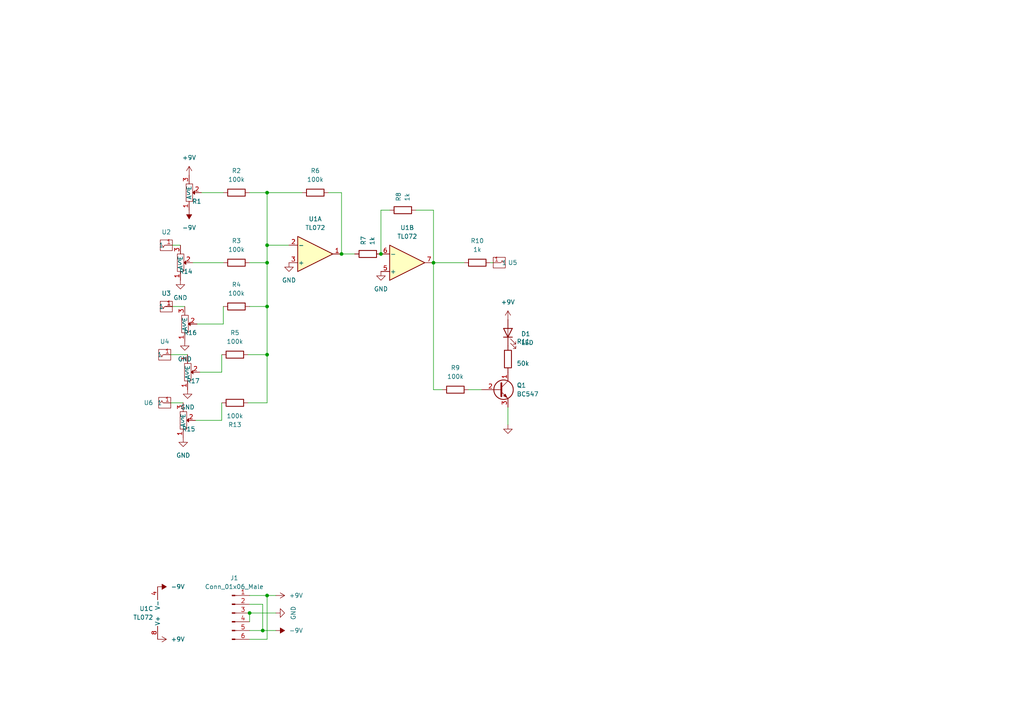
<source format=kicad_sch>
(kicad_sch
	(version 20250114)
	(generator "eeschema")
	(generator_version "9.0")
	(uuid "726016d8-0144-446e-9885-68ba86a9d91b")
	(paper "A4")
	(lib_symbols
		(symbol "Amplifier_Operational:TL072"
			(pin_names
				(offset 0.127)
			)
			(exclude_from_sim no)
			(in_bom yes)
			(on_board yes)
			(property "Reference" "U"
				(at 0 5.08 0)
				(effects
					(font
						(size 1.27 1.27)
					)
					(justify left)
				)
			)
			(property "Value" "TL072"
				(at 0 -5.08 0)
				(effects
					(font
						(size 1.27 1.27)
					)
					(justify left)
				)
			)
			(property "Footprint" ""
				(at 0 0 0)
				(effects
					(font
						(size 1.27 1.27)
					)
					(hide yes)
				)
			)
			(property "Datasheet" "http://www.ti.com/lit/ds/symlink/tl071.pdf"
				(at 0 0 0)
				(effects
					(font
						(size 1.27 1.27)
					)
					(hide yes)
				)
			)
			(property "Description" "Dual Low-Noise JFET-Input Operational Amplifiers, DIP-8/SOIC-8"
				(at 0 0 0)
				(effects
					(font
						(size 1.27 1.27)
					)
					(hide yes)
				)
			)
			(property "ki_locked" ""
				(at 0 0 0)
				(effects
					(font
						(size 1.27 1.27)
					)
				)
			)
			(property "ki_keywords" "dual opamp"
				(at 0 0 0)
				(effects
					(font
						(size 1.27 1.27)
					)
					(hide yes)
				)
			)
			(property "ki_fp_filters" "SOIC*3.9x4.9mm*P1.27mm* DIP*W7.62mm* TO*99* OnSemi*Micro8* TSSOP*3x3mm*P0.65mm* TSSOP*4.4x3mm*P0.65mm* MSOP*3x3mm*P0.65mm* SSOP*3.9x4.9mm*P0.635mm* LFCSP*2x2mm*P0.5mm* *SIP* SOIC*5.3x6.2mm*P1.27mm*"
				(at 0 0 0)
				(effects
					(font
						(size 1.27 1.27)
					)
					(hide yes)
				)
			)
			(symbol "TL072_1_1"
				(polyline
					(pts
						(xy -5.08 5.08) (xy 5.08 0) (xy -5.08 -5.08) (xy -5.08 5.08)
					)
					(stroke
						(width 0.254)
						(type default)
					)
					(fill
						(type background)
					)
				)
				(pin input line
					(at -7.62 2.54 0)
					(length 2.54)
					(name "+"
						(effects
							(font
								(size 1.27 1.27)
							)
						)
					)
					(number "3"
						(effects
							(font
								(size 1.27 1.27)
							)
						)
					)
				)
				(pin input line
					(at -7.62 -2.54 0)
					(length 2.54)
					(name "-"
						(effects
							(font
								(size 1.27 1.27)
							)
						)
					)
					(number "2"
						(effects
							(font
								(size 1.27 1.27)
							)
						)
					)
				)
				(pin output line
					(at 7.62 0 180)
					(length 2.54)
					(name "~"
						(effects
							(font
								(size 1.27 1.27)
							)
						)
					)
					(number "1"
						(effects
							(font
								(size 1.27 1.27)
							)
						)
					)
				)
			)
			(symbol "TL072_2_1"
				(polyline
					(pts
						(xy -5.08 5.08) (xy 5.08 0) (xy -5.08 -5.08) (xy -5.08 5.08)
					)
					(stroke
						(width 0.254)
						(type default)
					)
					(fill
						(type background)
					)
				)
				(pin input line
					(at -7.62 2.54 0)
					(length 2.54)
					(name "+"
						(effects
							(font
								(size 1.27 1.27)
							)
						)
					)
					(number "5"
						(effects
							(font
								(size 1.27 1.27)
							)
						)
					)
				)
				(pin input line
					(at -7.62 -2.54 0)
					(length 2.54)
					(name "-"
						(effects
							(font
								(size 1.27 1.27)
							)
						)
					)
					(number "6"
						(effects
							(font
								(size 1.27 1.27)
							)
						)
					)
				)
				(pin output line
					(at 7.62 0 180)
					(length 2.54)
					(name "~"
						(effects
							(font
								(size 1.27 1.27)
							)
						)
					)
					(number "7"
						(effects
							(font
								(size 1.27 1.27)
							)
						)
					)
				)
			)
			(symbol "TL072_3_1"
				(pin power_in line
					(at -2.54 7.62 270)
					(length 3.81)
					(name "V+"
						(effects
							(font
								(size 1.27 1.27)
							)
						)
					)
					(number "8"
						(effects
							(font
								(size 1.27 1.27)
							)
						)
					)
				)
				(pin power_in line
					(at -2.54 -7.62 90)
					(length 3.81)
					(name "V-"
						(effects
							(font
								(size 1.27 1.27)
							)
						)
					)
					(number "4"
						(effects
							(font
								(size 1.27 1.27)
							)
						)
					)
				)
			)
			(embedded_fonts no)
		)
		(symbol "Connector:Conn_01x06_Male"
			(pin_names
				(offset 1.016)
				(hide yes)
			)
			(exclude_from_sim no)
			(in_bom yes)
			(on_board yes)
			(property "Reference" "J"
				(at 0 7.62 0)
				(effects
					(font
						(size 1.27 1.27)
					)
				)
			)
			(property "Value" "Conn_01x06_Male"
				(at 0 -10.16 0)
				(effects
					(font
						(size 1.27 1.27)
					)
				)
			)
			(property "Footprint" ""
				(at 0 0 0)
				(effects
					(font
						(size 1.27 1.27)
					)
					(hide yes)
				)
			)
			(property "Datasheet" "~"
				(at 0 0 0)
				(effects
					(font
						(size 1.27 1.27)
					)
					(hide yes)
				)
			)
			(property "Description" "Generic connector, single row, 01x06, script generated (kicad-library-utils/schlib/autogen/connector/)"
				(at 0 0 0)
				(effects
					(font
						(size 1.27 1.27)
					)
					(hide yes)
				)
			)
			(property "ki_keywords" "connector"
				(at 0 0 0)
				(effects
					(font
						(size 1.27 1.27)
					)
					(hide yes)
				)
			)
			(property "ki_fp_filters" "Connector*:*_1x??_*"
				(at 0 0 0)
				(effects
					(font
						(size 1.27 1.27)
					)
					(hide yes)
				)
			)
			(symbol "Conn_01x06_Male_1_1"
				(rectangle
					(start 0.8636 5.207)
					(end 0 4.953)
					(stroke
						(width 0.1524)
						(type default)
					)
					(fill
						(type outline)
					)
				)
				(rectangle
					(start 0.8636 2.667)
					(end 0 2.413)
					(stroke
						(width 0.1524)
						(type default)
					)
					(fill
						(type outline)
					)
				)
				(rectangle
					(start 0.8636 0.127)
					(end 0 -0.127)
					(stroke
						(width 0.1524)
						(type default)
					)
					(fill
						(type outline)
					)
				)
				(rectangle
					(start 0.8636 -2.413)
					(end 0 -2.667)
					(stroke
						(width 0.1524)
						(type default)
					)
					(fill
						(type outline)
					)
				)
				(rectangle
					(start 0.8636 -4.953)
					(end 0 -5.207)
					(stroke
						(width 0.1524)
						(type default)
					)
					(fill
						(type outline)
					)
				)
				(rectangle
					(start 0.8636 -7.493)
					(end 0 -7.747)
					(stroke
						(width 0.1524)
						(type default)
					)
					(fill
						(type outline)
					)
				)
				(polyline
					(pts
						(xy 1.27 5.08) (xy 0.8636 5.08)
					)
					(stroke
						(width 0.1524)
						(type default)
					)
					(fill
						(type none)
					)
				)
				(polyline
					(pts
						(xy 1.27 2.54) (xy 0.8636 2.54)
					)
					(stroke
						(width 0.1524)
						(type default)
					)
					(fill
						(type none)
					)
				)
				(polyline
					(pts
						(xy 1.27 0) (xy 0.8636 0)
					)
					(stroke
						(width 0.1524)
						(type default)
					)
					(fill
						(type none)
					)
				)
				(polyline
					(pts
						(xy 1.27 -2.54) (xy 0.8636 -2.54)
					)
					(stroke
						(width 0.1524)
						(type default)
					)
					(fill
						(type none)
					)
				)
				(polyline
					(pts
						(xy 1.27 -5.08) (xy 0.8636 -5.08)
					)
					(stroke
						(width 0.1524)
						(type default)
					)
					(fill
						(type none)
					)
				)
				(polyline
					(pts
						(xy 1.27 -7.62) (xy 0.8636 -7.62)
					)
					(stroke
						(width 0.1524)
						(type default)
					)
					(fill
						(type none)
					)
				)
				(pin passive line
					(at 5.08 5.08 180)
					(length 3.81)
					(name "Pin_1"
						(effects
							(font
								(size 1.27 1.27)
							)
						)
					)
					(number "1"
						(effects
							(font
								(size 1.27 1.27)
							)
						)
					)
				)
				(pin passive line
					(at 5.08 2.54 180)
					(length 3.81)
					(name "Pin_2"
						(effects
							(font
								(size 1.27 1.27)
							)
						)
					)
					(number "2"
						(effects
							(font
								(size 1.27 1.27)
							)
						)
					)
				)
				(pin passive line
					(at 5.08 0 180)
					(length 3.81)
					(name "Pin_3"
						(effects
							(font
								(size 1.27 1.27)
							)
						)
					)
					(number "3"
						(effects
							(font
								(size 1.27 1.27)
							)
						)
					)
				)
				(pin passive line
					(at 5.08 -2.54 180)
					(length 3.81)
					(name "Pin_4"
						(effects
							(font
								(size 1.27 1.27)
							)
						)
					)
					(number "4"
						(effects
							(font
								(size 1.27 1.27)
							)
						)
					)
				)
				(pin passive line
					(at 5.08 -5.08 180)
					(length 3.81)
					(name "Pin_5"
						(effects
							(font
								(size 1.27 1.27)
							)
						)
					)
					(number "5"
						(effects
							(font
								(size 1.27 1.27)
							)
						)
					)
				)
				(pin passive line
					(at 5.08 -7.62 180)
					(length 3.81)
					(name "Pin_6"
						(effects
							(font
								(size 1.27 1.27)
							)
						)
					)
					(number "6"
						(effects
							(font
								(size 1.27 1.27)
							)
						)
					)
				)
			)
			(embedded_fonts no)
		)
		(symbol "Device:LED"
			(pin_numbers
				(hide yes)
			)
			(pin_names
				(offset 1.016)
				(hide yes)
			)
			(exclude_from_sim no)
			(in_bom yes)
			(on_board yes)
			(property "Reference" "D"
				(at 0 2.54 0)
				(effects
					(font
						(size 1.27 1.27)
					)
				)
			)
			(property "Value" "LED"
				(at 0 -2.54 0)
				(effects
					(font
						(size 1.27 1.27)
					)
				)
			)
			(property "Footprint" ""
				(at 0 0 0)
				(effects
					(font
						(size 1.27 1.27)
					)
					(hide yes)
				)
			)
			(property "Datasheet" "~"
				(at 0 0 0)
				(effects
					(font
						(size 1.27 1.27)
					)
					(hide yes)
				)
			)
			(property "Description" "Light emitting diode"
				(at 0 0 0)
				(effects
					(font
						(size 1.27 1.27)
					)
					(hide yes)
				)
			)
			(property "ki_keywords" "LED diode"
				(at 0 0 0)
				(effects
					(font
						(size 1.27 1.27)
					)
					(hide yes)
				)
			)
			(property "ki_fp_filters" "LED* LED_SMD:* LED_THT:*"
				(at 0 0 0)
				(effects
					(font
						(size 1.27 1.27)
					)
					(hide yes)
				)
			)
			(symbol "LED_0_1"
				(polyline
					(pts
						(xy -3.048 -0.762) (xy -4.572 -2.286) (xy -3.81 -2.286) (xy -4.572 -2.286) (xy -4.572 -1.524)
					)
					(stroke
						(width 0)
						(type default)
					)
					(fill
						(type none)
					)
				)
				(polyline
					(pts
						(xy -1.778 -0.762) (xy -3.302 -2.286) (xy -2.54 -2.286) (xy -3.302 -2.286) (xy -3.302 -1.524)
					)
					(stroke
						(width 0)
						(type default)
					)
					(fill
						(type none)
					)
				)
				(polyline
					(pts
						(xy -1.27 0) (xy 1.27 0)
					)
					(stroke
						(width 0)
						(type default)
					)
					(fill
						(type none)
					)
				)
				(polyline
					(pts
						(xy -1.27 -1.27) (xy -1.27 1.27)
					)
					(stroke
						(width 0.254)
						(type default)
					)
					(fill
						(type none)
					)
				)
				(polyline
					(pts
						(xy 1.27 -1.27) (xy 1.27 1.27) (xy -1.27 0) (xy 1.27 -1.27)
					)
					(stroke
						(width 0.254)
						(type default)
					)
					(fill
						(type none)
					)
				)
			)
			(symbol "LED_1_1"
				(pin passive line
					(at -3.81 0 0)
					(length 2.54)
					(name "K"
						(effects
							(font
								(size 1.27 1.27)
							)
						)
					)
					(number "1"
						(effects
							(font
								(size 1.27 1.27)
							)
						)
					)
				)
				(pin passive line
					(at 3.81 0 180)
					(length 2.54)
					(name "A"
						(effects
							(font
								(size 1.27 1.27)
							)
						)
					)
					(number "2"
						(effects
							(font
								(size 1.27 1.27)
							)
						)
					)
				)
			)
			(embedded_fonts no)
		)
		(symbol "Device:R"
			(pin_numbers
				(hide yes)
			)
			(pin_names
				(offset 0)
			)
			(exclude_from_sim no)
			(in_bom yes)
			(on_board yes)
			(property "Reference" "R"
				(at 2.032 0 90)
				(effects
					(font
						(size 1.27 1.27)
					)
				)
			)
			(property "Value" "R"
				(at 0 0 90)
				(effects
					(font
						(size 1.27 1.27)
					)
				)
			)
			(property "Footprint" ""
				(at -1.778 0 90)
				(effects
					(font
						(size 1.27 1.27)
					)
					(hide yes)
				)
			)
			(property "Datasheet" "~"
				(at 0 0 0)
				(effects
					(font
						(size 1.27 1.27)
					)
					(hide yes)
				)
			)
			(property "Description" "Resistor"
				(at 0 0 0)
				(effects
					(font
						(size 1.27 1.27)
					)
					(hide yes)
				)
			)
			(property "ki_keywords" "R res resistor"
				(at 0 0 0)
				(effects
					(font
						(size 1.27 1.27)
					)
					(hide yes)
				)
			)
			(property "ki_fp_filters" "R_*"
				(at 0 0 0)
				(effects
					(font
						(size 1.27 1.27)
					)
					(hide yes)
				)
			)
			(symbol "R_0_1"
				(rectangle
					(start -1.016 -2.54)
					(end 1.016 2.54)
					(stroke
						(width 0.254)
						(type default)
					)
					(fill
						(type none)
					)
				)
			)
			(symbol "R_1_1"
				(pin passive line
					(at 0 3.81 270)
					(length 1.27)
					(name "~"
						(effects
							(font
								(size 1.27 1.27)
							)
						)
					)
					(number "1"
						(effects
							(font
								(size 1.27 1.27)
							)
						)
					)
				)
				(pin passive line
					(at 0 -3.81 90)
					(length 1.27)
					(name "~"
						(effects
							(font
								(size 1.27 1.27)
							)
						)
					)
					(number "2"
						(effects
							(font
								(size 1.27 1.27)
							)
						)
					)
				)
			)
			(embedded_fonts no)
		)
		(symbol "HEJ:AlpsPot"
			(exclude_from_sim no)
			(in_bom yes)
			(on_board yes)
			(property "Reference" "R"
				(at -6.35 2.54 0)
				(effects
					(font
						(size 1.27 1.27)
					)
				)
			)
			(property "Value" "AlpsPot"
				(at -3.81 13.97 0)
				(effects
					(font
						(size 1.27 1.27)
					)
					(hide yes)
				)
			)
			(property "Footprint" "pretties:AlpsPot"
				(at -2.54 11.43 0)
				(effects
					(font
						(size 1.27 1.27)
					)
					(hide yes)
				)
			)
			(property "Datasheet" ""
				(at -2.54 11.43 0)
				(effects
					(font
						(size 1.27 1.27)
					)
					(hide yes)
				)
			)
			(property "Description" ""
				(at 0 0 0)
				(effects
					(font
						(size 1.27 1.27)
					)
					(hide yes)
				)
			)
			(symbol "AlpsPot_0_1"
				(rectangle
					(start -4.445 3.81)
					(end -2.54 -1.27)
					(stroke
						(width 0)
						(type default)
					)
					(fill
						(type none)
					)
				)
				(polyline
					(pts
						(xy -2.54 1.27) (xy -1.9454 1.8617) (xy -1.9454 0.7452) (xy -2.54 1.27) (xy -2.0208 0.9713) (xy -2.0543 1.6216)
						(xy -2.3418 1.2923) (xy -2.1548 1.1611) (xy -2.1548 1.3844) (xy -2.54 1.27)
					)
					(stroke
						(width 0)
						(type default)
					)
					(fill
						(type none)
					)
				)
			)
			(symbol "AlpsPot_1_1"
				(pin no_connect line
					(at -16.002 0 270)
					(length 2.54)
					(hide yes)
					(name "NC"
						(effects
							(font
								(size 1.27 1.27)
							)
						)
					)
					(number "6"
						(effects
							(font
								(size 1.27 1.27)
							)
						)
					)
				)
				(pin no_connect line
					(at -13.716 0 270)
					(length 2.54)
					(hide yes)
					(name "NC"
						(effects
							(font
								(size 1.27 1.27)
							)
						)
					)
					(number "5"
						(effects
							(font
								(size 1.27 1.27)
							)
						)
					)
				)
				(pin no_connect line
					(at -11.684 0 270)
					(length 2.54)
					(hide yes)
					(name "NC"
						(effects
							(font
								(size 1.27 1.27)
							)
						)
					)
					(number "4"
						(effects
							(font
								(size 1.27 1.27)
							)
						)
					)
				)
				(pin passive line
					(at -3.556 6.35 270)
					(length 2.54)
					(name "E"
						(effects
							(font
								(size 1.27 1.27)
							)
						)
					)
					(number "3"
						(effects
							(font
								(size 1.27 1.27)
							)
						)
					)
				)
				(pin passive line
					(at -3.556 -3.81 90)
					(length 2.54)
					(name "A"
						(effects
							(font
								(size 1.27 1.27)
							)
						)
					)
					(number "1"
						(effects
							(font
								(size 1.27 1.27)
							)
						)
					)
				)
				(pin passive line
					(at 0 1.27 180)
					(length 2.54)
					(name "S"
						(effects
							(font
								(size 1.27 1.27)
							)
						)
					)
					(number "2"
						(effects
							(font
								(size 1.27 1.27)
							)
						)
					)
				)
			)
			(embedded_fonts no)
		)
		(symbol "HEJ:Aux_flush"
			(exclude_from_sim no)
			(in_bom yes)
			(on_board yes)
			(property "Reference" "U"
				(at -0.0508 5.3848 0)
				(effects
					(font
						(size 1.27 1.27)
					)
				)
			)
			(property "Value" "Aux_flush"
				(at 0 3.5052 0)
				(effects
					(font
						(size 1.27 1.27)
					)
					(hide yes)
				)
			)
			(property "Footprint" ""
				(at 0 0 0)
				(effects
					(font
						(size 1.27 1.27)
					)
					(hide yes)
				)
			)
			(property "Datasheet" ""
				(at 0 0 0)
				(effects
					(font
						(size 1.27 1.27)
					)
					(hide yes)
				)
			)
			(property "Description" ""
				(at 0 0 0)
				(effects
					(font
						(size 1.27 1.27)
					)
					(hide yes)
				)
			)
			(symbol "Aux_flush_0_1"
				(rectangle
					(start -1.778 1.524)
					(end 1.7272 -1.5748)
					(stroke
						(width 0)
						(type default)
					)
					(fill
						(type none)
					)
				)
				(polyline
					(pts
						(xy -1.2192 0.0508) (xy -0.8636 -0.6604) (xy -0.5588 0) (xy 1.6764 0)
					)
					(stroke
						(width 0)
						(type default)
					)
					(fill
						(type none)
					)
				)
			)
			(symbol "Aux_flush_1_1"
				(pin bidirectional line
					(at 1.7272 0 180)
					(length 2)
					(name "1"
						(effects
							(font
								(size 1.27 1.27)
							)
						)
					)
					(number "1"
						(effects
							(font
								(size 1.27 1.27)
							)
						)
					)
				)
			)
			(embedded_fonts no)
		)
		(symbol "Transistor_BJT:BC547"
			(pin_names
				(offset 0)
				(hide yes)
			)
			(exclude_from_sim no)
			(in_bom yes)
			(on_board yes)
			(property "Reference" "Q"
				(at 5.08 1.905 0)
				(effects
					(font
						(size 1.27 1.27)
					)
					(justify left)
				)
			)
			(property "Value" "BC547"
				(at 5.08 0 0)
				(effects
					(font
						(size 1.27 1.27)
					)
					(justify left)
				)
			)
			(property "Footprint" "Package_TO_SOT_THT:TO-92_Inline"
				(at 5.08 -1.905 0)
				(effects
					(font
						(size 1.27 1.27)
						(italic yes)
					)
					(justify left)
					(hide yes)
				)
			)
			(property "Datasheet" "https://www.onsemi.com/pub/Collateral/BC550-D.pdf"
				(at 0 0 0)
				(effects
					(font
						(size 1.27 1.27)
					)
					(justify left)
					(hide yes)
				)
			)
			(property "Description" "0.1A Ic, 45V Vce, Small Signal NPN Transistor, TO-92"
				(at 0 0 0)
				(effects
					(font
						(size 1.27 1.27)
					)
					(hide yes)
				)
			)
			(property "ki_keywords" "NPN Transistor"
				(at 0 0 0)
				(effects
					(font
						(size 1.27 1.27)
					)
					(hide yes)
				)
			)
			(property "ki_fp_filters" "TO?92*"
				(at 0 0 0)
				(effects
					(font
						(size 1.27 1.27)
					)
					(hide yes)
				)
			)
			(symbol "BC547_0_1"
				(polyline
					(pts
						(xy 0 0) (xy 0.635 0)
					)
					(stroke
						(width 0)
						(type default)
					)
					(fill
						(type none)
					)
				)
				(polyline
					(pts
						(xy 0.635 1.905) (xy 0.635 -1.905) (xy 0.635 -1.905)
					)
					(stroke
						(width 0.508)
						(type default)
					)
					(fill
						(type none)
					)
				)
				(polyline
					(pts
						(xy 0.635 0.635) (xy 2.54 2.54)
					)
					(stroke
						(width 0)
						(type default)
					)
					(fill
						(type none)
					)
				)
				(polyline
					(pts
						(xy 0.635 -0.635) (xy 2.54 -2.54) (xy 2.54 -2.54)
					)
					(stroke
						(width 0)
						(type default)
					)
					(fill
						(type none)
					)
				)
				(circle
					(center 1.27 0)
					(radius 2.8194)
					(stroke
						(width 0.254)
						(type default)
					)
					(fill
						(type none)
					)
				)
				(polyline
					(pts
						(xy 1.27 -1.778) (xy 1.778 -1.27) (xy 2.286 -2.286) (xy 1.27 -1.778) (xy 1.27 -1.778)
					)
					(stroke
						(width 0)
						(type default)
					)
					(fill
						(type outline)
					)
				)
			)
			(symbol "BC547_1_1"
				(pin input line
					(at -5.08 0 0)
					(length 5.08)
					(name "B"
						(effects
							(font
								(size 1.27 1.27)
							)
						)
					)
					(number "2"
						(effects
							(font
								(size 1.27 1.27)
							)
						)
					)
				)
				(pin passive line
					(at 2.54 5.08 270)
					(length 2.54)
					(name "C"
						(effects
							(font
								(size 1.27 1.27)
							)
						)
					)
					(number "1"
						(effects
							(font
								(size 1.27 1.27)
							)
						)
					)
				)
				(pin passive line
					(at 2.54 -5.08 90)
					(length 2.54)
					(name "E"
						(effects
							(font
								(size 1.27 1.27)
							)
						)
					)
					(number "3"
						(effects
							(font
								(size 1.27 1.27)
							)
						)
					)
				)
			)
			(embedded_fonts no)
		)
		(symbol "power:+9V"
			(power)
			(pin_names
				(offset 0)
			)
			(exclude_from_sim no)
			(in_bom yes)
			(on_board yes)
			(property "Reference" "#PWR"
				(at 0 -3.81 0)
				(effects
					(font
						(size 1.27 1.27)
					)
					(hide yes)
				)
			)
			(property "Value" "+9V"
				(at 0 3.556 0)
				(effects
					(font
						(size 1.27 1.27)
					)
				)
			)
			(property "Footprint" ""
				(at 0 0 0)
				(effects
					(font
						(size 1.27 1.27)
					)
					(hide yes)
				)
			)
			(property "Datasheet" ""
				(at 0 0 0)
				(effects
					(font
						(size 1.27 1.27)
					)
					(hide yes)
				)
			)
			(property "Description" "Power symbol creates a global label with name \"+9V\""
				(at 0 0 0)
				(effects
					(font
						(size 1.27 1.27)
					)
					(hide yes)
				)
			)
			(property "ki_keywords" "power-flag"
				(at 0 0 0)
				(effects
					(font
						(size 1.27 1.27)
					)
					(hide yes)
				)
			)
			(symbol "+9V_0_1"
				(polyline
					(pts
						(xy -0.762 1.27) (xy 0 2.54)
					)
					(stroke
						(width 0)
						(type default)
					)
					(fill
						(type none)
					)
				)
				(polyline
					(pts
						(xy 0 2.54) (xy 0.762 1.27)
					)
					(stroke
						(width 0)
						(type default)
					)
					(fill
						(type none)
					)
				)
				(polyline
					(pts
						(xy 0 0) (xy 0 2.54)
					)
					(stroke
						(width 0)
						(type default)
					)
					(fill
						(type none)
					)
				)
			)
			(symbol "+9V_1_1"
				(pin power_in line
					(at 0 0 90)
					(length 0)
					(hide yes)
					(name "+9V"
						(effects
							(font
								(size 1.27 1.27)
							)
						)
					)
					(number "1"
						(effects
							(font
								(size 1.27 1.27)
							)
						)
					)
				)
			)
			(embedded_fonts no)
		)
		(symbol "power:-9V"
			(power)
			(pin_names
				(offset 0)
			)
			(exclude_from_sim no)
			(in_bom yes)
			(on_board yes)
			(property "Reference" "#PWR"
				(at 0 -3.175 0)
				(effects
					(font
						(size 1.27 1.27)
					)
					(hide yes)
				)
			)
			(property "Value" "-9V"
				(at 0 3.81 0)
				(effects
					(font
						(size 1.27 1.27)
					)
				)
			)
			(property "Footprint" ""
				(at 0 0 0)
				(effects
					(font
						(size 1.27 1.27)
					)
					(hide yes)
				)
			)
			(property "Datasheet" ""
				(at 0 0 0)
				(effects
					(font
						(size 1.27 1.27)
					)
					(hide yes)
				)
			)
			(property "Description" "Power symbol creates a global label with name \"-9V\""
				(at 0 0 0)
				(effects
					(font
						(size 1.27 1.27)
					)
					(hide yes)
				)
			)
			(property "ki_keywords" "power-flag"
				(at 0 0 0)
				(effects
					(font
						(size 1.27 1.27)
					)
					(hide yes)
				)
			)
			(symbol "-9V_0_1"
				(polyline
					(pts
						(xy 0 0) (xy 0 2.54)
					)
					(stroke
						(width 0)
						(type default)
					)
					(fill
						(type none)
					)
				)
				(polyline
					(pts
						(xy 0.762 1.27) (xy -0.762 1.27) (xy 0 2.54) (xy 0.762 1.27)
					)
					(stroke
						(width 0)
						(type default)
					)
					(fill
						(type outline)
					)
				)
			)
			(symbol "-9V_1_1"
				(pin power_in line
					(at 0 0 90)
					(length 0)
					(hide yes)
					(name "-9V"
						(effects
							(font
								(size 1.27 1.27)
							)
						)
					)
					(number "1"
						(effects
							(font
								(size 1.27 1.27)
							)
						)
					)
				)
			)
			(embedded_fonts no)
		)
		(symbol "power:GND"
			(power)
			(pin_names
				(offset 0)
			)
			(exclude_from_sim no)
			(in_bom yes)
			(on_board yes)
			(property "Reference" "#PWR"
				(at 0 -6.35 0)
				(effects
					(font
						(size 1.27 1.27)
					)
					(hide yes)
				)
			)
			(property "Value" "GND"
				(at 0 -3.81 0)
				(effects
					(font
						(size 1.27 1.27)
					)
				)
			)
			(property "Footprint" ""
				(at 0 0 0)
				(effects
					(font
						(size 1.27 1.27)
					)
					(hide yes)
				)
			)
			(property "Datasheet" ""
				(at 0 0 0)
				(effects
					(font
						(size 1.27 1.27)
					)
					(hide yes)
				)
			)
			(property "Description" "Power symbol creates a global label with name \"GND\" , ground"
				(at 0 0 0)
				(effects
					(font
						(size 1.27 1.27)
					)
					(hide yes)
				)
			)
			(property "ki_keywords" "power-flag"
				(at 0 0 0)
				(effects
					(font
						(size 1.27 1.27)
					)
					(hide yes)
				)
			)
			(symbol "GND_0_1"
				(polyline
					(pts
						(xy 0 0) (xy 0 -1.27) (xy 1.27 -1.27) (xy 0 -2.54) (xy -1.27 -1.27) (xy 0 -1.27)
					)
					(stroke
						(width 0)
						(type default)
					)
					(fill
						(type none)
					)
				)
			)
			(symbol "GND_1_1"
				(pin power_in line
					(at 0 0 270)
					(length 0)
					(hide yes)
					(name "GND"
						(effects
							(font
								(size 1.27 1.27)
							)
						)
					)
					(number "1"
						(effects
							(font
								(size 1.27 1.27)
							)
						)
					)
				)
			)
			(embedded_fonts no)
		)
	)
	(junction
		(at 72.39 177.8)
		(diameter 0)
		(color 0 0 0 0)
		(uuid "362eb28d-6158-4899-97a5-80d37d721d7e")
	)
	(junction
		(at 99.06 73.66)
		(diameter 0)
		(color 0 0 0 0)
		(uuid "564fd234-570a-4a02-9287-7177af2e3f41")
	)
	(junction
		(at 77.47 88.9)
		(diameter 0)
		(color 0 0 0 0)
		(uuid "6c046d6f-33cc-4697-a03e-111547a2b8e8")
	)
	(junction
		(at 77.47 71.12)
		(diameter 0)
		(color 0 0 0 0)
		(uuid "6c69a661-c058-4491-9a72-406eb5db940b")
	)
	(junction
		(at 77.47 76.2)
		(diameter 0)
		(color 0 0 0 0)
		(uuid "77c2f2dd-0d48-4d68-b5eb-65959a6563b5")
	)
	(junction
		(at 77.47 172.72)
		(diameter 0)
		(color 0 0 0 0)
		(uuid "8be0df3e-cedd-4b6d-b09e-dc38f21d1e4e")
	)
	(junction
		(at 125.73 76.2)
		(diameter 0)
		(color 0 0 0 0)
		(uuid "9035001e-1be0-4b88-ba44-75ddc8721147")
	)
	(junction
		(at 77.47 55.88)
		(diameter 0)
		(color 0 0 0 0)
		(uuid "b6fe9065-ed6c-4e3a-ba79-18ed5d9d6df3")
	)
	(junction
		(at 77.47 102.87)
		(diameter 0)
		(color 0 0 0 0)
		(uuid "b9bf7caf-940d-4b27-9872-2c498ded8d9a")
	)
	(junction
		(at 110.49 73.66)
		(diameter 0)
		(color 0 0 0 0)
		(uuid "df0effdc-0124-47cc-992e-270773cf68df")
	)
	(junction
		(at 76.2 182.88)
		(diameter 0)
		(color 0 0 0 0)
		(uuid "f9c0b373-0a33-46a6-bbcb-9b1928afbce9")
	)
	(wire
		(pts
			(xy 72.39 185.42) (xy 77.47 185.42)
		)
		(stroke
			(width 0)
			(type default)
		)
		(uuid "0349112c-ac26-4200-a9b9-6b0bfb67cee7")
	)
	(wire
		(pts
			(xy 110.49 73.66) (xy 110.49 60.96)
		)
		(stroke
			(width 0)
			(type default)
		)
		(uuid "1651b015-9ea1-4c78-a78d-95929e1ed45b")
	)
	(wire
		(pts
			(xy 72.39 55.88) (xy 77.47 55.88)
		)
		(stroke
			(width 0)
			(type default)
		)
		(uuid "1baee86b-1166-4a64-b7c0-a0fa9916b7e4")
	)
	(wire
		(pts
			(xy 77.47 102.87) (xy 77.47 116.84)
		)
		(stroke
			(width 0)
			(type default)
		)
		(uuid "1c52dc9c-aef1-4fb1-8c6a-af5c5f5c086e")
	)
	(wire
		(pts
			(xy 77.47 71.12) (xy 77.47 76.2)
		)
		(stroke
			(width 0)
			(type default)
		)
		(uuid "1cb5ecef-1397-4391-801a-715dd9615b06")
	)
	(wire
		(pts
			(xy 77.47 55.88) (xy 87.63 55.88)
		)
		(stroke
			(width 0)
			(type default)
		)
		(uuid "1cba2530-4aa1-41de-9132-173b23812bb8")
	)
	(wire
		(pts
			(xy 110.49 60.96) (xy 113.03 60.96)
		)
		(stroke
			(width 0)
			(type default)
		)
		(uuid "299debbf-165b-4ba2-8424-f2e07dada660")
	)
	(wire
		(pts
			(xy 76.2 182.88) (xy 72.39 182.88)
		)
		(stroke
			(width 0)
			(type default)
		)
		(uuid "2f616b17-a96c-457b-8138-02ea8de7cd18")
	)
	(wire
		(pts
			(xy 76.2 175.26) (xy 76.2 182.88)
		)
		(stroke
			(width 0)
			(type default)
		)
		(uuid "33d20dae-874f-4956-9701-72ff265f9df7")
	)
	(wire
		(pts
			(xy 64.3128 107.95) (xy 64.3128 102.87)
		)
		(stroke
			(width 0)
			(type default)
		)
		(uuid "35cccd21-12d2-457e-b20c-5cce7ef7a578")
	)
	(wire
		(pts
			(xy 57.9628 107.95) (xy 64.3128 107.95)
		)
		(stroke
			(width 0)
			(type default)
		)
		(uuid "3b74d957-eb8c-4a0e-abd0-8713ec0084ae")
	)
	(wire
		(pts
			(xy 49.53 116.84) (xy 53.1368 116.84)
		)
		(stroke
			(width 0)
			(type default)
		)
		(uuid "4496fb7f-55ba-41eb-9689-9bf5b9f0b6c4")
	)
	(wire
		(pts
			(xy 64.3128 116.84) (xy 64.3128 121.92)
		)
		(stroke
			(width 0)
			(type default)
		)
		(uuid "46256c3f-827e-4b18-be82-b0acd9e76fa7")
	)
	(wire
		(pts
			(xy 71.9328 102.87) (xy 77.47 102.87)
		)
		(stroke
			(width 0)
			(type default)
		)
		(uuid "4f68caa7-f680-4f67-a091-770e16ca6e1a")
	)
	(wire
		(pts
			(xy 77.47 172.72) (xy 80.01 172.72)
		)
		(stroke
			(width 0)
			(type default)
		)
		(uuid "56cca6c9-34bf-4685-8750-52f2d2ddc665")
	)
	(wire
		(pts
			(xy 72.39 177.8) (xy 72.39 180.34)
		)
		(stroke
			(width 0)
			(type default)
		)
		(uuid "57248fa0-8cc1-48c4-8d36-ce84cf35defe")
	)
	(wire
		(pts
			(xy 77.47 71.12) (xy 83.82 71.12)
		)
		(stroke
			(width 0)
			(type default)
		)
		(uuid "650599d1-155a-4a8e-8fc3-7117519ded6a")
	)
	(wire
		(pts
			(xy 49.53 102.87) (xy 54.4068 102.87)
		)
		(stroke
			(width 0)
			(type default)
		)
		(uuid "68850645-2a00-4f81-a286-5067f2fe69ad")
	)
	(wire
		(pts
			(xy 99.06 73.66) (xy 102.87 73.66)
		)
		(stroke
			(width 0)
			(type default)
		)
		(uuid "6c4060a9-8b9d-4f61-a81f-b431faac37af")
	)
	(wire
		(pts
			(xy 77.47 88.9) (xy 77.47 102.87)
		)
		(stroke
			(width 0)
			(type default)
		)
		(uuid "7226f90a-2077-40b2-888f-9ebe3fdebcd9")
	)
	(wire
		(pts
			(xy 147.32 123.19) (xy 147.32 118.11)
		)
		(stroke
			(width 0)
			(type default)
		)
		(uuid "76a4326c-267e-49ec-81e2-6ff945009c08")
	)
	(wire
		(pts
			(xy 58.42 55.88) (xy 64.77 55.88)
		)
		(stroke
			(width 0)
			(type default)
		)
		(uuid "82af0a2b-2067-4e2c-971d-b88f68e93e9b")
	)
	(wire
		(pts
			(xy 135.89 113.03) (xy 139.7 113.03)
		)
		(stroke
			(width 0)
			(type default)
		)
		(uuid "84aac9fa-fbc0-4384-a4c7-26aab578e964")
	)
	(wire
		(pts
			(xy 77.47 76.2) (xy 77.47 88.9)
		)
		(stroke
			(width 0)
			(type default)
		)
		(uuid "8d84ad02-945b-4767-9f39-98e327896ebd")
	)
	(wire
		(pts
			(xy 125.73 76.2) (xy 134.62 76.2)
		)
		(stroke
			(width 0)
			(type default)
		)
		(uuid "931c8b9f-d5e7-4dc2-8e13-63b008aba1db")
	)
	(wire
		(pts
			(xy 72.39 175.26) (xy 76.2 175.26)
		)
		(stroke
			(width 0)
			(type default)
		)
		(uuid "95ad8511-069d-4f42-a19e-1d38ef1446f3")
	)
	(wire
		(pts
			(xy 142.24 76.2) (xy 143.0528 76.2)
		)
		(stroke
			(width 0)
			(type default)
		)
		(uuid "9a269594-4cb0-447f-bde4-53ae40a55acb")
	)
	(wire
		(pts
			(xy 72.39 177.8) (xy 80.01 177.8)
		)
		(stroke
			(width 0)
			(type default)
		)
		(uuid "a3d667a2-786d-425e-8169-570115d749ca")
	)
	(wire
		(pts
			(xy 125.73 60.96) (xy 120.65 60.96)
		)
		(stroke
			(width 0)
			(type default)
		)
		(uuid "a60cb0ac-ef1d-46b5-b7c7-4c871275831f")
	)
	(wire
		(pts
			(xy 49.9872 88.9) (xy 53.594 88.9)
		)
		(stroke
			(width 0)
			(type default)
		)
		(uuid "ab7e8d51-8d7b-4a30-9147-db2ab444a529")
	)
	(wire
		(pts
			(xy 77.47 172.72) (xy 77.47 185.42)
		)
		(stroke
			(width 0)
			(type default)
		)
		(uuid "ae71493a-0193-46ed-b68a-5429d2a01773")
	)
	(wire
		(pts
			(xy 76.2 182.88) (xy 80.01 182.88)
		)
		(stroke
			(width 0)
			(type default)
		)
		(uuid "b4721cc8-3a85-49e7-92a8-abd1780dc63d")
	)
	(wire
		(pts
			(xy 49.9872 71.12) (xy 52.324 71.12)
		)
		(stroke
			(width 0)
			(type default)
		)
		(uuid "b90fc2d6-aede-444c-8cb4-ce72dc9ec779")
	)
	(wire
		(pts
			(xy 125.73 76.2) (xy 125.73 60.96)
		)
		(stroke
			(width 0)
			(type default)
		)
		(uuid "c77323e7-801a-443a-9683-383c1f0701cf")
	)
	(wire
		(pts
			(xy 72.39 76.2) (xy 77.47 76.2)
		)
		(stroke
			(width 0)
			(type default)
		)
		(uuid "cae40f1b-7f54-4993-a326-6bfe1c3e6fd4")
	)
	(wire
		(pts
			(xy 125.73 76.2) (xy 125.73 113.03)
		)
		(stroke
			(width 0)
			(type default)
		)
		(uuid "ce617eaf-c915-4059-a037-1508dc9fbc5f")
	)
	(wire
		(pts
			(xy 55.88 76.2) (xy 64.77 76.2)
		)
		(stroke
			(width 0)
			(type default)
		)
		(uuid "d68f986e-52d2-4851-98b4-5c43cf03fdb2")
	)
	(wire
		(pts
			(xy 72.39 88.9) (xy 77.47 88.9)
		)
		(stroke
			(width 0)
			(type default)
		)
		(uuid "d76a728b-8989-4b20-b829-ccefaf424473")
	)
	(wire
		(pts
			(xy 57.15 93.98) (xy 64.77 93.98)
		)
		(stroke
			(width 0)
			(type default)
		)
		(uuid "d8a76b41-d105-48ac-8e79-c37df3cc386f")
	)
	(wire
		(pts
			(xy 77.47 55.88) (xy 77.47 71.12)
		)
		(stroke
			(width 0)
			(type default)
		)
		(uuid "de2b8bb1-8f8a-4749-a801-ea3bf3d6c7ca")
	)
	(wire
		(pts
			(xy 95.25 55.88) (xy 99.06 55.88)
		)
		(stroke
			(width 0)
			(type default)
		)
		(uuid "df56ffa5-6701-4746-bfb0-b4cd6d373607")
	)
	(wire
		(pts
			(xy 125.73 113.03) (xy 128.27 113.03)
		)
		(stroke
			(width 0)
			(type default)
		)
		(uuid "e58f0b4a-61bb-4dc6-bfb3-ea5c8e23135b")
	)
	(wire
		(pts
			(xy 64.77 93.98) (xy 64.77 88.9)
		)
		(stroke
			(width 0)
			(type default)
		)
		(uuid "f3936f47-1a67-45d7-8256-e10feb2177dc")
	)
	(wire
		(pts
			(xy 64.3128 121.92) (xy 56.6928 121.92)
		)
		(stroke
			(width 0)
			(type default)
		)
		(uuid "f53efa3b-a279-428f-b935-2073008ad567")
	)
	(wire
		(pts
			(xy 99.06 55.88) (xy 99.06 73.66)
		)
		(stroke
			(width 0)
			(type default)
		)
		(uuid "f91b5cc8-51a9-4bef-9fd8-161a0402f218")
	)
	(wire
		(pts
			(xy 71.9328 116.84) (xy 77.47 116.84)
		)
		(stroke
			(width 0)
			(type default)
		)
		(uuid "f92979cc-129c-4f60-adee-eceafe548e4e")
	)
	(wire
		(pts
			(xy 72.39 172.72) (xy 77.47 172.72)
		)
		(stroke
			(width 0)
			(type default)
		)
		(uuid "fb01dd93-9506-4772-8f77-a02b18f97389")
	)
	(symbol
		(lib_id "Device:R")
		(at 68.58 55.88 90)
		(unit 1)
		(exclude_from_sim no)
		(in_bom yes)
		(on_board yes)
		(dnp no)
		(fields_autoplaced yes)
		(uuid "008c9761-3de5-4428-9da7-d164035d2534")
		(property "Reference" "R2"
			(at 68.58 49.53 90)
			(effects
				(font
					(size 1.27 1.27)
				)
			)
		)
		(property "Value" "100k"
			(at 68.58 52.07 90)
			(effects
				(font
					(size 1.27 1.27)
				)
			)
		)
		(property "Footprint" "Resistor_THT:R_Axial_DIN0204_L3.6mm_D1.6mm_P7.62mm_Horizontal"
			(at 68.58 57.658 90)
			(effects
				(font
					(size 1.27 1.27)
				)
				(hide yes)
			)
		)
		(property "Datasheet" "~"
			(at 68.58 55.88 0)
			(effects
				(font
					(size 1.27 1.27)
				)
				(hide yes)
			)
		)
		(property "Description" ""
			(at 68.58 55.88 0)
			(effects
				(font
					(size 1.27 1.27)
				)
				(hide yes)
			)
		)
		(pin "1"
			(uuid "e1de459e-9790-4e85-89ef-438639a8968b")
		)
		(pin "2"
			(uuid "3857d8a8-fc71-4852-8acf-41ed340b70b4")
		)
		(instances
			(project ""
				(path "/726016d8-0144-446e-9885-68ba86a9d91b"
					(reference "R2")
					(unit 1)
				)
			)
		)
	)
	(symbol
		(lib_id "Device:R")
		(at 68.1228 116.84 90)
		(mirror x)
		(unit 1)
		(exclude_from_sim no)
		(in_bom yes)
		(on_board yes)
		(dnp no)
		(fields_autoplaced yes)
		(uuid "05e39cb7-7b78-4b8c-99ae-f6750bb9034f")
		(property "Reference" "R13"
			(at 68.1228 123.19 90)
			(effects
				(font
					(size 1.27 1.27)
				)
			)
		)
		(property "Value" "100k"
			(at 68.1228 120.65 90)
			(effects
				(font
					(size 1.27 1.27)
				)
			)
		)
		(property "Footprint" "Resistor_THT:R_Axial_DIN0204_L3.6mm_D1.6mm_P7.62mm_Horizontal"
			(at 68.1228 115.062 90)
			(effects
				(font
					(size 1.27 1.27)
				)
				(hide yes)
			)
		)
		(property "Datasheet" "~"
			(at 68.1228 116.84 0)
			(effects
				(font
					(size 1.27 1.27)
				)
				(hide yes)
			)
		)
		(property "Description" ""
			(at 68.1228 116.84 0)
			(effects
				(font
					(size 1.27 1.27)
				)
				(hide yes)
			)
		)
		(pin "1"
			(uuid "78472e76-f4bd-4c8f-9325-09e7ea155bdf")
		)
		(pin "2"
			(uuid "843b5ff2-038b-4d84-b734-7d2c32ea147a")
		)
		(instances
			(project ""
				(path "/726016d8-0144-446e-9885-68ba86a9d91b"
					(reference "R13")
					(unit 1)
				)
			)
		)
	)
	(symbol
		(lib_id "Device:R")
		(at 106.68 73.66 270)
		(unit 1)
		(exclude_from_sim no)
		(in_bom yes)
		(on_board yes)
		(dnp no)
		(fields_autoplaced yes)
		(uuid "0958967f-7d34-4ec4-9800-f711604c4cd0")
		(property "Reference" "R7"
			(at 105.4099 71.12 0)
			(effects
				(font
					(size 1.27 1.27)
				)
				(justify right)
			)
		)
		(property "Value" "1k"
			(at 107.9499 71.12 0)
			(effects
				(font
					(size 1.27 1.27)
				)
				(justify right)
			)
		)
		(property "Footprint" "Resistor_THT:R_Axial_DIN0204_L3.6mm_D1.6mm_P7.62mm_Horizontal"
			(at 106.68 71.882 90)
			(effects
				(font
					(size 1.27 1.27)
				)
				(hide yes)
			)
		)
		(property "Datasheet" "~"
			(at 106.68 73.66 0)
			(effects
				(font
					(size 1.27 1.27)
				)
				(hide yes)
			)
		)
		(property "Description" ""
			(at 106.68 73.66 0)
			(effects
				(font
					(size 1.27 1.27)
				)
				(hide yes)
			)
		)
		(pin "1"
			(uuid "19d2c61b-a443-4101-85a2-a46b746515f8")
		)
		(pin "2"
			(uuid "c4a7e806-da8c-4fa4-ab1f-41df71b5f3b2")
		)
		(instances
			(project ""
				(path "/726016d8-0144-446e-9885-68ba86a9d91b"
					(reference "R7")
					(unit 1)
				)
			)
		)
	)
	(symbol
		(lib_id "power:-9V")
		(at 80.01 182.88 270)
		(unit 1)
		(exclude_from_sim no)
		(in_bom yes)
		(on_board yes)
		(dnp no)
		(fields_autoplaced yes)
		(uuid "1f767937-15ec-4783-9454-0b9b9d828e32")
		(property "Reference" "#PWR0104"
			(at 76.835 182.88 0)
			(effects
				(font
					(size 1.27 1.27)
				)
				(hide yes)
			)
		)
		(property "Value" "-9V"
			(at 83.82 182.8799 90)
			(effects
				(font
					(size 1.27 1.27)
				)
				(justify left)
			)
		)
		(property "Footprint" ""
			(at 80.01 182.88 0)
			(effects
				(font
					(size 1.27 1.27)
				)
				(hide yes)
			)
		)
		(property "Datasheet" ""
			(at 80.01 182.88 0)
			(effects
				(font
					(size 1.27 1.27)
				)
				(hide yes)
			)
		)
		(property "Description" ""
			(at 80.01 182.88 0)
			(effects
				(font
					(size 1.27 1.27)
				)
				(hide yes)
			)
		)
		(pin "1"
			(uuid "d5a9b1a7-1298-44db-9f6e-1c918878b523")
		)
		(instances
			(project ""
				(path "/726016d8-0144-446e-9885-68ba86a9d91b"
					(reference "#PWR0104")
					(unit 1)
				)
			)
		)
	)
	(symbol
		(lib_id "Connector:Conn_01x06_Male")
		(at 67.31 177.8 0)
		(unit 1)
		(exclude_from_sim no)
		(in_bom yes)
		(on_board yes)
		(dnp no)
		(fields_autoplaced yes)
		(uuid "20507115-2c5d-4a0c-9abd-52e9fec7be92")
		(property "Reference" "J1"
			(at 67.945 167.64 0)
			(effects
				(font
					(size 1.27 1.27)
				)
			)
		)
		(property "Value" "Conn_01x06_Male"
			(at 67.945 170.18 0)
			(effects
				(font
					(size 1.27 1.27)
				)
			)
		)
		(property "Footprint" "Connector_PinHeader_2.54mm:PinHeader_1x06_P2.54mm_Vertical"
			(at 67.31 177.8 0)
			(effects
				(font
					(size 1.27 1.27)
				)
				(hide yes)
			)
		)
		(property "Datasheet" "~"
			(at 67.31 177.8 0)
			(effects
				(font
					(size 1.27 1.27)
				)
				(hide yes)
			)
		)
		(property "Description" ""
			(at 67.31 177.8 0)
			(effects
				(font
					(size 1.27 1.27)
				)
				(hide yes)
			)
		)
		(pin "1"
			(uuid "9b47176b-6a7b-42ca-ae84-546031b46492")
		)
		(pin "2"
			(uuid "8368fddb-aa18-4025-ba25-8f3f498abb79")
		)
		(pin "3"
			(uuid "d8eecb49-120e-4810-8639-400cab6efdd5")
		)
		(pin "4"
			(uuid "83c2d574-f17d-41f4-bd03-097a76c2b974")
		)
		(pin "5"
			(uuid "40049649-348e-45e7-92f5-d559ed1f438c")
		)
		(pin "6"
			(uuid "55a3c906-078b-4b20-a269-98d1af02dcb4")
		)
		(instances
			(project ""
				(path "/726016d8-0144-446e-9885-68ba86a9d91b"
					(reference "J1")
					(unit 1)
				)
			)
		)
	)
	(symbol
		(lib_id "power:GND")
		(at 52.324 81.28 0)
		(unit 1)
		(exclude_from_sim no)
		(in_bom yes)
		(on_board yes)
		(dnp no)
		(uuid "226b1ec3-4052-41cf-9ea8-2da738df1e7a")
		(property "Reference" "#PWR0113"
			(at 52.324 87.63 0)
			(effects
				(font
					(size 1.27 1.27)
				)
				(hide yes)
			)
		)
		(property "Value" "GND"
			(at 52.324 86.36 0)
			(effects
				(font
					(size 1.27 1.27)
				)
			)
		)
		(property "Footprint" ""
			(at 52.324 81.28 0)
			(effects
				(font
					(size 1.27 1.27)
				)
				(hide yes)
			)
		)
		(property "Datasheet" ""
			(at 52.324 81.28 0)
			(effects
				(font
					(size 1.27 1.27)
				)
				(hide yes)
			)
		)
		(property "Description" ""
			(at 52.324 81.28 0)
			(effects
				(font
					(size 1.27 1.27)
				)
				(hide yes)
			)
		)
		(pin "1"
			(uuid "bdec8426-3913-427d-b85f-4d409e44b728")
		)
		(instances
			(project ""
				(path "/726016d8-0144-446e-9885-68ba86a9d91b"
					(reference "#PWR0113")
					(unit 1)
				)
			)
		)
	)
	(symbol
		(lib_id "power:GND")
		(at 53.1368 127 0)
		(unit 1)
		(exclude_from_sim no)
		(in_bom yes)
		(on_board yes)
		(dnp no)
		(uuid "2c647340-3713-44bb-b8ea-6180b9201946")
		(property "Reference" "#PWR0116"
			(at 53.1368 133.35 0)
			(effects
				(font
					(size 1.27 1.27)
				)
				(hide yes)
			)
		)
		(property "Value" "GND"
			(at 53.1368 132.08 0)
			(effects
				(font
					(size 1.27 1.27)
				)
			)
		)
		(property "Footprint" ""
			(at 53.1368 127 0)
			(effects
				(font
					(size 1.27 1.27)
				)
				(hide yes)
			)
		)
		(property "Datasheet" ""
			(at 53.1368 127 0)
			(effects
				(font
					(size 1.27 1.27)
				)
				(hide yes)
			)
		)
		(property "Description" ""
			(at 53.1368 127 0)
			(effects
				(font
					(size 1.27 1.27)
				)
				(hide yes)
			)
		)
		(pin "1"
			(uuid "af430af3-5e13-4d94-9001-d578f3a37830")
		)
		(instances
			(project ""
				(path "/726016d8-0144-446e-9885-68ba86a9d91b"
					(reference "#PWR0116")
					(unit 1)
				)
			)
		)
	)
	(symbol
		(lib_id "power:GND")
		(at 54.4068 113.03 0)
		(unit 1)
		(exclude_from_sim no)
		(in_bom yes)
		(on_board yes)
		(dnp no)
		(uuid "38a685f2-0122-4481-b4c9-ed2419b88e5e")
		(property "Reference" "#PWR0115"
			(at 54.4068 119.38 0)
			(effects
				(font
					(size 1.27 1.27)
				)
				(hide yes)
			)
		)
		(property "Value" "GND"
			(at 54.4068 118.11 0)
			(effects
				(font
					(size 1.27 1.27)
				)
			)
		)
		(property "Footprint" ""
			(at 54.4068 113.03 0)
			(effects
				(font
					(size 1.27 1.27)
				)
				(hide yes)
			)
		)
		(property "Datasheet" ""
			(at 54.4068 113.03 0)
			(effects
				(font
					(size 1.27 1.27)
				)
				(hide yes)
			)
		)
		(property "Description" ""
			(at 54.4068 113.03 0)
			(effects
				(font
					(size 1.27 1.27)
				)
				(hide yes)
			)
		)
		(pin "1"
			(uuid "bdbc92ec-acc9-4121-a1dc-cd5ec15157f0")
		)
		(instances
			(project ""
				(path "/726016d8-0144-446e-9885-68ba86a9d91b"
					(reference "#PWR0115")
					(unit 1)
				)
			)
		)
	)
	(symbol
		(lib_id "Amplifier_Operational:TL072")
		(at 118.11 76.2 0)
		(mirror x)
		(unit 2)
		(exclude_from_sim no)
		(in_bom yes)
		(on_board yes)
		(dnp no)
		(fields_autoplaced yes)
		(uuid "3e96b1f1-940c-4612-9914-db9338467b9d")
		(property "Reference" "U1"
			(at 118.11 66.04 0)
			(effects
				(font
					(size 1.27 1.27)
				)
			)
		)
		(property "Value" "TL072"
			(at 118.11 68.58 0)
			(effects
				(font
					(size 1.27 1.27)
				)
			)
		)
		(property "Footprint" "Package_DIP:DIP-8_W7.62mm"
			(at 118.11 76.2 0)
			(effects
				(font
					(size 1.27 1.27)
				)
				(hide yes)
			)
		)
		(property "Datasheet" "http://www.ti.com/lit/ds/symlink/tl071.pdf"
			(at 118.11 76.2 0)
			(effects
				(font
					(size 1.27 1.27)
				)
				(hide yes)
			)
		)
		(property "Description" ""
			(at 118.11 76.2 0)
			(effects
				(font
					(size 1.27 1.27)
				)
				(hide yes)
			)
		)
		(pin "1"
			(uuid "c4d2be51-c5e0-4b51-856b-8728d8e5d470")
		)
		(pin "2"
			(uuid "4bd3d98f-1007-4dd0-9c29-c86b41c8a1d5")
		)
		(pin "3"
			(uuid "98a4c5e0-ceb7-4ad4-907e-09d12e6a6b14")
		)
		(pin "5"
			(uuid "418bd18c-9ea0-487b-8c54-e5c988a9751c")
		)
		(pin "6"
			(uuid "45bc06e8-59d3-4bb3-9b1b-7f635c87b787")
		)
		(pin "7"
			(uuid "1819a02d-9ba9-4767-970f-7401eb09da03")
		)
		(pin "4"
			(uuid "28b2fa9e-2b0e-4f0b-8531-71885e27f10d")
		)
		(pin "8"
			(uuid "5b48c2df-0f78-488d-948c-83d032558bee")
		)
		(instances
			(project ""
				(path "/726016d8-0144-446e-9885-68ba86a9d91b"
					(reference "U1")
					(unit 2)
				)
			)
		)
	)
	(symbol
		(lib_id "Device:R")
		(at 68.1228 102.87 90)
		(unit 1)
		(exclude_from_sim no)
		(in_bom yes)
		(on_board yes)
		(dnp no)
		(fields_autoplaced yes)
		(uuid "40c8c92f-7ce5-4500-9dcb-53a146c5303c")
		(property "Reference" "R5"
			(at 68.1228 96.52 90)
			(effects
				(font
					(size 1.27 1.27)
				)
			)
		)
		(property "Value" "100k"
			(at 68.1228 99.06 90)
			(effects
				(font
					(size 1.27 1.27)
				)
			)
		)
		(property "Footprint" "Resistor_THT:R_Axial_DIN0204_L3.6mm_D1.6mm_P7.62mm_Horizontal"
			(at 68.1228 104.648 90)
			(effects
				(font
					(size 1.27 1.27)
				)
				(hide yes)
			)
		)
		(property "Datasheet" "~"
			(at 68.1228 102.87 0)
			(effects
				(font
					(size 1.27 1.27)
				)
				(hide yes)
			)
		)
		(property "Description" ""
			(at 68.1228 102.87 0)
			(effects
				(font
					(size 1.27 1.27)
				)
				(hide yes)
			)
		)
		(pin "1"
			(uuid "bd549fa8-1a10-4483-a758-a132b607ffde")
		)
		(pin "2"
			(uuid "8100b3c7-1b86-40a3-b3d1-3b54bdcd1fd5")
		)
		(instances
			(project ""
				(path "/726016d8-0144-446e-9885-68ba86a9d91b"
					(reference "R5")
					(unit 1)
				)
			)
		)
	)
	(symbol
		(lib_id "power:+9V")
		(at 80.01 172.72 270)
		(unit 1)
		(exclude_from_sim no)
		(in_bom yes)
		(on_board yes)
		(dnp no)
		(fields_autoplaced yes)
		(uuid "47d429f3-04c8-4acd-929b-89a0bbd0a556")
		(property "Reference" "#PWR0105"
			(at 76.2 172.72 0)
			(effects
				(font
					(size 1.27 1.27)
				)
				(hide yes)
			)
		)
		(property "Value" "+9V"
			(at 83.82 172.7199 90)
			(effects
				(font
					(size 1.27 1.27)
				)
				(justify left)
			)
		)
		(property "Footprint" ""
			(at 80.01 172.72 0)
			(effects
				(font
					(size 1.27 1.27)
				)
				(hide yes)
			)
		)
		(property "Datasheet" ""
			(at 80.01 172.72 0)
			(effects
				(font
					(size 1.27 1.27)
				)
				(hide yes)
			)
		)
		(property "Description" ""
			(at 80.01 172.72 0)
			(effects
				(font
					(size 1.27 1.27)
				)
				(hide yes)
			)
		)
		(pin "1"
			(uuid "76ab5a49-5ca0-4f5d-81e7-b34ddb0585ce")
		)
		(instances
			(project ""
				(path "/726016d8-0144-446e-9885-68ba86a9d91b"
					(reference "#PWR0105")
					(unit 1)
				)
			)
		)
	)
	(symbol
		(lib_id "power:GND")
		(at 147.32 123.19 0)
		(unit 1)
		(exclude_from_sim no)
		(in_bom yes)
		(on_board yes)
		(dnp no)
		(fields_autoplaced yes)
		(uuid "4b9f18b3-5f4f-40ab-a4d7-e02bee416a4c")
		(property "Reference" "#PWR0107"
			(at 147.32 129.54 0)
			(effects
				(font
					(size 1.27 1.27)
				)
				(hide yes)
			)
		)
		(property "Value" "GND"
			(at 147.32 128.27 0)
			(effects
				(font
					(size 1.27 1.27)
				)
				(hide yes)
			)
		)
		(property "Footprint" ""
			(at 147.32 123.19 0)
			(effects
				(font
					(size 1.27 1.27)
				)
				(hide yes)
			)
		)
		(property "Datasheet" ""
			(at 147.32 123.19 0)
			(effects
				(font
					(size 1.27 1.27)
				)
				(hide yes)
			)
		)
		(property "Description" ""
			(at 147.32 123.19 0)
			(effects
				(font
					(size 1.27 1.27)
				)
				(hide yes)
			)
		)
		(pin "1"
			(uuid "b1a42e85-70c1-467d-a467-cc55e46327ff")
		)
		(instances
			(project ""
				(path "/726016d8-0144-446e-9885-68ba86a9d91b"
					(reference "#PWR0107")
					(unit 1)
				)
			)
		)
	)
	(symbol
		(lib_id "HEJ:Aux_flush")
		(at 48.26 71.12 0)
		(unit 1)
		(exclude_from_sim no)
		(in_bom yes)
		(on_board yes)
		(dnp no)
		(fields_autoplaced yes)
		(uuid "4c5b849c-d7f9-4a4a-b12f-61c320760d77")
		(property "Reference" "U2"
			(at 48.2346 67.31 0)
			(effects
				(font
					(size 1.27 1.27)
				)
			)
		)
		(property "Value" "Aux_flush"
			(at 48.26 67.6148 0)
			(effects
				(font
					(size 1.27 1.27)
				)
				(hide yes)
			)
		)
		(property "Footprint" "Library:3mm5 Mono Aux"
			(at 48.26 71.12 0)
			(effects
				(font
					(size 1.27 1.27)
				)
				(hide yes)
			)
		)
		(property "Datasheet" ""
			(at 48.26 71.12 0)
			(effects
				(font
					(size 1.27 1.27)
				)
				(hide yes)
			)
		)
		(property "Description" ""
			(at 48.26 71.12 0)
			(effects
				(font
					(size 1.27 1.27)
				)
				(hide yes)
			)
		)
		(pin "1"
			(uuid "84f5fd47-0970-4928-8938-9f3e9b2876f1")
		)
		(instances
			(project ""
				(path "/726016d8-0144-446e-9885-68ba86a9d91b"
					(reference "U2")
					(unit 1)
				)
			)
		)
	)
	(symbol
		(lib_id "power:-9V")
		(at 54.864 60.96 180)
		(unit 1)
		(exclude_from_sim no)
		(in_bom yes)
		(on_board yes)
		(dnp no)
		(fields_autoplaced yes)
		(uuid "504ff251-2bf5-4655-8f5a-b6c8c0a9ffb6")
		(property "Reference" "#PWR0112"
			(at 54.864 57.785 0)
			(effects
				(font
					(size 1.27 1.27)
				)
				(hide yes)
			)
		)
		(property "Value" "-9V"
			(at 54.864 66.04 0)
			(effects
				(font
					(size 1.27 1.27)
				)
			)
		)
		(property "Footprint" ""
			(at 54.864 60.96 0)
			(effects
				(font
					(size 1.27 1.27)
				)
				(hide yes)
			)
		)
		(property "Datasheet" ""
			(at 54.864 60.96 0)
			(effects
				(font
					(size 1.27 1.27)
				)
				(hide yes)
			)
		)
		(property "Description" ""
			(at 54.864 60.96 0)
			(effects
				(font
					(size 1.27 1.27)
				)
				(hide yes)
			)
		)
		(pin "1"
			(uuid "c2acff21-fee2-4eaf-a687-643eac7fa6f7")
		)
		(instances
			(project ""
				(path "/726016d8-0144-446e-9885-68ba86a9d91b"
					(reference "#PWR0112")
					(unit 1)
				)
			)
		)
	)
	(symbol
		(lib_id "HEJ:AlpsPot")
		(at 58.42 57.15 0)
		(unit 1)
		(exclude_from_sim no)
		(in_bom yes)
		(on_board yes)
		(dnp no)
		(uuid "53abdb0d-7f49-4e17-b551-fc2112205d8d")
		(property "Reference" "R1"
			(at 58.42 58.42 0)
			(effects
				(font
					(size 1.27 1.27)
				)
				(justify right)
			)
		)
		(property "Value" "AlpsPot"
			(at 54.61 43.18 0)
			(effects
				(font
					(size 1.27 1.27)
				)
				(hide yes)
			)
		)
		(property "Footprint" "pretties:AlpsPot"
			(at 55.88 45.72 0)
			(effects
				(font
					(size 1.27 1.27)
				)
				(hide yes)
			)
		)
		(property "Datasheet" ""
			(at 55.88 45.72 0)
			(effects
				(font
					(size 1.27 1.27)
				)
				(hide yes)
			)
		)
		(property "Description" ""
			(at 58.42 57.15 0)
			(effects
				(font
					(size 1.27 1.27)
				)
				(hide yes)
			)
		)
		(pin "1"
			(uuid "f2e7044d-06e1-4986-b3ec-ca12acb4952f")
		)
		(pin "2"
			(uuid "48c8e0f8-5db8-418e-88dd-2fec852cf4f0")
		)
		(pin "3"
			(uuid "bffeb2e3-54f9-40d5-b486-01fa5a67a429")
		)
		(pin "4"
			(uuid "fa340aab-882a-4e25-b47b-1b24a997f9e0")
		)
		(pin "5"
			(uuid "d7f13151-3839-4dc8-b8ed-c5e3035b2f12")
		)
		(pin "6"
			(uuid "c419e58b-770c-4b90-9860-4f87f757750e")
		)
		(instances
			(project ""
				(path "/726016d8-0144-446e-9885-68ba86a9d91b"
					(reference "R1")
					(unit 1)
				)
			)
		)
	)
	(symbol
		(lib_id "power:+9V")
		(at 54.864 50.8 0)
		(unit 1)
		(exclude_from_sim no)
		(in_bom yes)
		(on_board yes)
		(dnp no)
		(fields_autoplaced yes)
		(uuid "6a4628cd-d294-43d0-b7f9-5fca2a411b5d")
		(property "Reference" "#PWR0111"
			(at 54.864 54.61 0)
			(effects
				(font
					(size 1.27 1.27)
				)
				(hide yes)
			)
		)
		(property "Value" "+9V"
			(at 54.864 45.72 0)
			(effects
				(font
					(size 1.27 1.27)
				)
			)
		)
		(property "Footprint" ""
			(at 54.864 50.8 0)
			(effects
				(font
					(size 1.27 1.27)
				)
				(hide yes)
			)
		)
		(property "Datasheet" ""
			(at 54.864 50.8 0)
			(effects
				(font
					(size 1.27 1.27)
				)
				(hide yes)
			)
		)
		(property "Description" ""
			(at 54.864 50.8 0)
			(effects
				(font
					(size 1.27 1.27)
				)
				(hide yes)
			)
		)
		(pin "1"
			(uuid "b0640d6f-7f0a-4447-b277-5ed85504efa0")
		)
		(instances
			(project ""
				(path "/726016d8-0144-446e-9885-68ba86a9d91b"
					(reference "#PWR0111")
					(unit 1)
				)
			)
		)
	)
	(symbol
		(lib_id "Transistor_BJT:BC547")
		(at 144.78 113.03 0)
		(unit 1)
		(exclude_from_sim no)
		(in_bom yes)
		(on_board yes)
		(dnp no)
		(fields_autoplaced yes)
		(uuid "6e8ca6a7-6835-4b37-a2d5-5a9e39ada52b")
		(property "Reference" "Q1"
			(at 149.86 111.7599 0)
			(effects
				(font
					(size 1.27 1.27)
				)
				(justify left)
			)
		)
		(property "Value" "BC547"
			(at 149.86 114.2999 0)
			(effects
				(font
					(size 1.27 1.27)
				)
				(justify left)
			)
		)
		(property "Footprint" "Package_TO_SOT_THT:TO-92_Inline_Wide"
			(at 149.86 114.935 0)
			(effects
				(font
					(size 1.27 1.27)
					(italic yes)
				)
				(justify left)
				(hide yes)
			)
		)
		(property "Datasheet" "https://www.onsemi.com/pub/Collateral/BC550-D.pdf"
			(at 144.78 113.03 0)
			(effects
				(font
					(size 1.27 1.27)
				)
				(justify left)
				(hide yes)
			)
		)
		(property "Description" ""
			(at 144.78 113.03 0)
			(effects
				(font
					(size 1.27 1.27)
				)
				(hide yes)
			)
		)
		(pin "1"
			(uuid "ad8fa414-20c5-4577-91fc-c18bcc5d861e")
		)
		(pin "2"
			(uuid "783133ff-cf89-4e52-bb9e-09fb6e997fa1")
		)
		(pin "3"
			(uuid "c59a0ab6-0fc8-4238-a499-7f2409ef65bb")
		)
		(instances
			(project ""
				(path "/726016d8-0144-446e-9885-68ba86a9d91b"
					(reference "Q1")
					(unit 1)
				)
			)
		)
	)
	(symbol
		(lib_id "power:GND")
		(at 80.01 177.8 90)
		(unit 1)
		(exclude_from_sim no)
		(in_bom yes)
		(on_board yes)
		(dnp no)
		(uuid "7431ee4c-070d-42f9-a60d-376e1197cad3")
		(property "Reference" "#PWR0103"
			(at 86.36 177.8 0)
			(effects
				(font
					(size 1.27 1.27)
				)
				(hide yes)
			)
		)
		(property "Value" "GND"
			(at 85.09 177.8 0)
			(effects
				(font
					(size 1.27 1.27)
				)
			)
		)
		(property "Footprint" ""
			(at 80.01 177.8 0)
			(effects
				(font
					(size 1.27 1.27)
				)
				(hide yes)
			)
		)
		(property "Datasheet" ""
			(at 80.01 177.8 0)
			(effects
				(font
					(size 1.27 1.27)
				)
				(hide yes)
			)
		)
		(property "Description" ""
			(at 80.01 177.8 0)
			(effects
				(font
					(size 1.27 1.27)
				)
				(hide yes)
			)
		)
		(pin "1"
			(uuid "138f168b-f497-4275-b6c4-982facf4d2da")
		)
		(instances
			(project ""
				(path "/726016d8-0144-446e-9885-68ba86a9d91b"
					(reference "#PWR0103")
					(unit 1)
				)
			)
		)
	)
	(symbol
		(lib_id "HEJ:AlpsPot")
		(at 57.9628 109.22 0)
		(unit 1)
		(exclude_from_sim no)
		(in_bom yes)
		(on_board yes)
		(dnp no)
		(uuid "93376d30-b473-42ca-99d4-42c50940e913")
		(property "Reference" "R17"
			(at 57.9628 110.49 0)
			(effects
				(font
					(size 1.27 1.27)
				)
				(justify right)
			)
		)
		(property "Value" "AlpsPot"
			(at 54.1528 95.25 0)
			(effects
				(font
					(size 1.27 1.27)
				)
				(hide yes)
			)
		)
		(property "Footprint" "pretties:AlpsPot"
			(at 55.4228 97.79 0)
			(effects
				(font
					(size 1.27 1.27)
				)
				(hide yes)
			)
		)
		(property "Datasheet" ""
			(at 55.4228 97.79 0)
			(effects
				(font
					(size 1.27 1.27)
				)
				(hide yes)
			)
		)
		(property "Description" ""
			(at 57.9628 109.22 0)
			(effects
				(font
					(size 1.27 1.27)
				)
				(hide yes)
			)
		)
		(pin "1"
			(uuid "956078fc-1e86-49b1-b0c3-eff31d091ea0")
		)
		(pin "2"
			(uuid "a7448c01-d92a-4d1e-967d-e542e13b0b77")
		)
		(pin "3"
			(uuid "d3d30e95-b8f0-48da-b1c3-d2b1a6dae408")
		)
		(pin "4"
			(uuid "4ad25ed2-6bfa-4e58-94b8-c9d1bbf6940a")
		)
		(pin "5"
			(uuid "b8329570-6186-4c4b-b944-489527f6a3e7")
		)
		(pin "6"
			(uuid "51089f42-b2d8-43e7-9de7-357a8ae5b335")
		)
		(instances
			(project ""
				(path "/726016d8-0144-446e-9885-68ba86a9d91b"
					(reference "R17")
					(unit 1)
				)
			)
		)
	)
	(symbol
		(lib_id "Device:R")
		(at 116.84 60.96 270)
		(unit 1)
		(exclude_from_sim no)
		(in_bom yes)
		(on_board yes)
		(dnp no)
		(fields_autoplaced yes)
		(uuid "99dfce28-6247-42d1-8687-07fba20b7e64")
		(property "Reference" "R8"
			(at 115.5699 58.42 0)
			(effects
				(font
					(size 1.27 1.27)
				)
				(justify right)
			)
		)
		(property "Value" "1k"
			(at 118.1099 58.42 0)
			(effects
				(font
					(size 1.27 1.27)
				)
				(justify right)
			)
		)
		(property "Footprint" "Resistor_THT:R_Axial_DIN0204_L3.6mm_D1.6mm_P7.62mm_Horizontal"
			(at 116.84 59.182 90)
			(effects
				(font
					(size 1.27 1.27)
				)
				(hide yes)
			)
		)
		(property "Datasheet" "~"
			(at 116.84 60.96 0)
			(effects
				(font
					(size 1.27 1.27)
				)
				(hide yes)
			)
		)
		(property "Description" ""
			(at 116.84 60.96 0)
			(effects
				(font
					(size 1.27 1.27)
				)
				(hide yes)
			)
		)
		(pin "1"
			(uuid "8f75acc2-0c91-4ab9-aa10-27a1e2f4bc44")
		)
		(pin "2"
			(uuid "241c52d1-9a36-45eb-b86b-c6b5e482b775")
		)
		(instances
			(project ""
				(path "/726016d8-0144-446e-9885-68ba86a9d91b"
					(reference "R8")
					(unit 1)
				)
			)
		)
	)
	(symbol
		(lib_id "Device:LED")
		(at 147.32 96.52 90)
		(unit 1)
		(exclude_from_sim no)
		(in_bom yes)
		(on_board yes)
		(dnp no)
		(fields_autoplaced yes)
		(uuid "9e92f069-424e-44f4-b049-d6524a64ebf4")
		(property "Reference" "D1"
			(at 151.13 96.8374 90)
			(effects
				(font
					(size 1.27 1.27)
				)
				(justify right)
			)
		)
		(property "Value" "LED"
			(at 151.13 99.3774 90)
			(effects
				(font
					(size 1.27 1.27)
				)
				(justify right)
			)
		)
		(property "Footprint" "LED_THT:LED_D5.0mm"
			(at 147.32 96.52 0)
			(effects
				(font
					(size 1.27 1.27)
				)
				(hide yes)
			)
		)
		(property "Datasheet" "~"
			(at 147.32 96.52 0)
			(effects
				(font
					(size 1.27 1.27)
				)
				(hide yes)
			)
		)
		(property "Description" ""
			(at 147.32 96.52 0)
			(effects
				(font
					(size 1.27 1.27)
				)
				(hide yes)
			)
		)
		(pin "1"
			(uuid "b1303745-625c-43a8-847b-aa56146ce469")
		)
		(pin "2"
			(uuid "0f61bc18-0062-4364-9df2-0b7b41bfdead")
		)
		(instances
			(project ""
				(path "/726016d8-0144-446e-9885-68ba86a9d91b"
					(reference "D1")
					(unit 1)
				)
			)
		)
	)
	(symbol
		(lib_id "Device:R")
		(at 68.58 76.2 90)
		(unit 1)
		(exclude_from_sim no)
		(in_bom yes)
		(on_board yes)
		(dnp no)
		(fields_autoplaced yes)
		(uuid "a2d6f1f4-6129-4c10-94e6-94c4892323ca")
		(property "Reference" "R3"
			(at 68.58 69.85 90)
			(effects
				(font
					(size 1.27 1.27)
				)
			)
		)
		(property "Value" "100k"
			(at 68.58 72.39 90)
			(effects
				(font
					(size 1.27 1.27)
				)
			)
		)
		(property "Footprint" "Resistor_THT:R_Axial_DIN0204_L3.6mm_D1.6mm_P7.62mm_Horizontal"
			(at 68.58 77.978 90)
			(effects
				(font
					(size 1.27 1.27)
				)
				(hide yes)
			)
		)
		(property "Datasheet" "~"
			(at 68.58 76.2 0)
			(effects
				(font
					(size 1.27 1.27)
				)
				(hide yes)
			)
		)
		(property "Description" ""
			(at 68.58 76.2 0)
			(effects
				(font
					(size 1.27 1.27)
				)
				(hide yes)
			)
		)
		(pin "1"
			(uuid "60af827c-6120-4a70-9607-c10fcd67040d")
		)
		(pin "2"
			(uuid "1101d44f-4062-44b7-a5fd-eb4e78acc022")
		)
		(instances
			(project ""
				(path "/726016d8-0144-446e-9885-68ba86a9d91b"
					(reference "R3")
					(unit 1)
				)
			)
		)
	)
	(symbol
		(lib_id "power:-9V")
		(at 45.72 170.18 270)
		(unit 1)
		(exclude_from_sim no)
		(in_bom yes)
		(on_board yes)
		(dnp no)
		(fields_autoplaced yes)
		(uuid "a44cbe3a-eac1-498d-890c-7f335fe9e1ca")
		(property "Reference" "#PWR0102"
			(at 42.545 170.18 0)
			(effects
				(font
					(size 1.27 1.27)
				)
				(hide yes)
			)
		)
		(property "Value" "-9V"
			(at 49.53 170.1799 90)
			(effects
				(font
					(size 1.27 1.27)
				)
				(justify left)
			)
		)
		(property "Footprint" ""
			(at 45.72 170.18 0)
			(effects
				(font
					(size 1.27 1.27)
				)
				(hide yes)
			)
		)
		(property "Datasheet" ""
			(at 45.72 170.18 0)
			(effects
				(font
					(size 1.27 1.27)
				)
				(hide yes)
			)
		)
		(property "Description" ""
			(at 45.72 170.18 0)
			(effects
				(font
					(size 1.27 1.27)
				)
				(hide yes)
			)
		)
		(pin "1"
			(uuid "fac582ff-5173-4599-a469-0a2782b6119a")
		)
		(instances
			(project ""
				(path "/726016d8-0144-446e-9885-68ba86a9d91b"
					(reference "#PWR0102")
					(unit 1)
				)
			)
		)
	)
	(symbol
		(lib_id "power:GND")
		(at 110.49 78.74 0)
		(unit 1)
		(exclude_from_sim no)
		(in_bom yes)
		(on_board yes)
		(dnp no)
		(uuid "a5cd206a-1293-4430-b992-7f989ba94859")
		(property "Reference" "#PWR0106"
			(at 110.49 85.09 0)
			(effects
				(font
					(size 1.27 1.27)
				)
				(hide yes)
			)
		)
		(property "Value" "GND"
			(at 110.49 83.82 0)
			(effects
				(font
					(size 1.27 1.27)
				)
			)
		)
		(property "Footprint" ""
			(at 110.49 78.74 0)
			(effects
				(font
					(size 1.27 1.27)
				)
				(hide yes)
			)
		)
		(property "Datasheet" ""
			(at 110.49 78.74 0)
			(effects
				(font
					(size 1.27 1.27)
				)
				(hide yes)
			)
		)
		(property "Description" ""
			(at 110.49 78.74 0)
			(effects
				(font
					(size 1.27 1.27)
				)
				(hide yes)
			)
		)
		(pin "1"
			(uuid "b4e60979-fd1e-4e7a-896e-89801870f1f0")
		)
		(instances
			(project ""
				(path "/726016d8-0144-446e-9885-68ba86a9d91b"
					(reference "#PWR0106")
					(unit 1)
				)
			)
		)
	)
	(symbol
		(lib_id "Device:R")
		(at 132.08 113.03 90)
		(unit 1)
		(exclude_from_sim no)
		(in_bom yes)
		(on_board yes)
		(dnp no)
		(fields_autoplaced yes)
		(uuid "afd0b040-e189-4672-a650-135d85e31054")
		(property "Reference" "R9"
			(at 132.08 106.68 90)
			(effects
				(font
					(size 1.27 1.27)
				)
			)
		)
		(property "Value" "100k"
			(at 132.08 109.22 90)
			(effects
				(font
					(size 1.27 1.27)
				)
			)
		)
		(property "Footprint" "Resistor_THT:R_Axial_DIN0204_L3.6mm_D1.6mm_P7.62mm_Horizontal"
			(at 132.08 114.808 90)
			(effects
				(font
					(size 1.27 1.27)
				)
				(hide yes)
			)
		)
		(property "Datasheet" "~"
			(at 132.08 113.03 0)
			(effects
				(font
					(size 1.27 1.27)
				)
				(hide yes)
			)
		)
		(property "Description" ""
			(at 132.08 113.03 0)
			(effects
				(font
					(size 1.27 1.27)
				)
				(hide yes)
			)
		)
		(pin "1"
			(uuid "2c62cf01-282f-4b6b-af6e-3e981857c3a6")
		)
		(pin "2"
			(uuid "e6eff2bf-b754-4faf-909e-a7148c12c50e")
		)
		(instances
			(project ""
				(path "/726016d8-0144-446e-9885-68ba86a9d91b"
					(reference "R9")
					(unit 1)
				)
			)
		)
	)
	(symbol
		(lib_id "power:+9V")
		(at 147.32 92.71 0)
		(unit 1)
		(exclude_from_sim no)
		(in_bom yes)
		(on_board yes)
		(dnp no)
		(fields_autoplaced yes)
		(uuid "b877e669-d84d-48db-92ab-438d781443d2")
		(property "Reference" "#PWR0109"
			(at 147.32 96.52 0)
			(effects
				(font
					(size 1.27 1.27)
				)
				(hide yes)
			)
		)
		(property "Value" "+9V"
			(at 147.32 87.63 0)
			(effects
				(font
					(size 1.27 1.27)
				)
			)
		)
		(property "Footprint" ""
			(at 147.32 92.71 0)
			(effects
				(font
					(size 1.27 1.27)
				)
				(hide yes)
			)
		)
		(property "Datasheet" ""
			(at 147.32 92.71 0)
			(effects
				(font
					(size 1.27 1.27)
				)
				(hide yes)
			)
		)
		(property "Description" ""
			(at 147.32 92.71 0)
			(effects
				(font
					(size 1.27 1.27)
				)
				(hide yes)
			)
		)
		(pin "1"
			(uuid "a6c22ea6-0b85-416c-9317-1d445322afc6")
		)
		(instances
			(project ""
				(path "/726016d8-0144-446e-9885-68ba86a9d91b"
					(reference "#PWR0109")
					(unit 1)
				)
			)
		)
	)
	(symbol
		(lib_id "HEJ:AlpsPot")
		(at 56.6928 123.19 0)
		(unit 1)
		(exclude_from_sim no)
		(in_bom yes)
		(on_board yes)
		(dnp no)
		(uuid "baa31472-a426-49f3-9af4-7b91e302a248")
		(property "Reference" "R15"
			(at 56.6928 124.46 0)
			(effects
				(font
					(size 1.27 1.27)
				)
				(justify right)
			)
		)
		(property "Value" "AlpsPot"
			(at 52.8828 109.22 0)
			(effects
				(font
					(size 1.27 1.27)
				)
				(hide yes)
			)
		)
		(property "Footprint" "pretties:AlpsPot"
			(at 54.1528 111.76 0)
			(effects
				(font
					(size 1.27 1.27)
				)
				(hide yes)
			)
		)
		(property "Datasheet" ""
			(at 54.1528 111.76 0)
			(effects
				(font
					(size 1.27 1.27)
				)
				(hide yes)
			)
		)
		(property "Description" ""
			(at 56.6928 123.19 0)
			(effects
				(font
					(size 1.27 1.27)
				)
				(hide yes)
			)
		)
		(pin "1"
			(uuid "775068a9-686c-479b-9eff-42c1a99e84f9")
		)
		(pin "2"
			(uuid "51176719-1801-48a0-be26-63942fa0c4cb")
		)
		(pin "3"
			(uuid "ac4fbaf0-a7e8-4006-b352-303302df4003")
		)
		(pin "4"
			(uuid "a630dd1a-a055-4cd6-9d9d-1f0e110e2c51")
		)
		(pin "5"
			(uuid "d4477cf9-b743-47b6-b7a5-21f5144b965d")
		)
		(pin "6"
			(uuid "940f904e-4902-4c88-80d3-04a6b67d09b0")
		)
		(instances
			(project ""
				(path "/726016d8-0144-446e-9885-68ba86a9d91b"
					(reference "R15")
					(unit 1)
				)
			)
		)
	)
	(symbol
		(lib_id "HEJ:AlpsPot")
		(at 57.15 95.25 0)
		(unit 1)
		(exclude_from_sim no)
		(in_bom yes)
		(on_board yes)
		(dnp no)
		(uuid "c1999b8d-454d-4020-8665-937e95c44fb0")
		(property "Reference" "R16"
			(at 57.15 96.52 0)
			(effects
				(font
					(size 1.27 1.27)
				)
				(justify right)
			)
		)
		(property "Value" "AlpsPot"
			(at 53.34 81.28 0)
			(effects
				(font
					(size 1.27 1.27)
				)
				(hide yes)
			)
		)
		(property "Footprint" "pretties:AlpsPot"
			(at 54.61 83.82 0)
			(effects
				(font
					(size 1.27 1.27)
				)
				(hide yes)
			)
		)
		(property "Datasheet" ""
			(at 54.61 83.82 0)
			(effects
				(font
					(size 1.27 1.27)
				)
				(hide yes)
			)
		)
		(property "Description" ""
			(at 57.15 95.25 0)
			(effects
				(font
					(size 1.27 1.27)
				)
				(hide yes)
			)
		)
		(pin "1"
			(uuid "cfaba1b3-3b2c-4f04-9ce6-73b8f1c2bd76")
		)
		(pin "2"
			(uuid "196d0d7a-1c1d-4076-b70d-2e43834b0a66")
		)
		(pin "3"
			(uuid "67a8faf7-be40-40b3-9047-6912a0b7298d")
		)
		(pin "4"
			(uuid "b1b758bc-6851-4464-9a96-f7c56f634bef")
		)
		(pin "5"
			(uuid "ddb9b5be-e74a-4c8f-b2ca-3b044416df1a")
		)
		(pin "6"
			(uuid "1200f719-e880-41ea-9c33-7fbba093550e")
		)
		(instances
			(project ""
				(path "/726016d8-0144-446e-9885-68ba86a9d91b"
					(reference "R16")
					(unit 1)
				)
			)
		)
	)
	(symbol
		(lib_id "power:+9V")
		(at 45.72 185.42 270)
		(unit 1)
		(exclude_from_sim no)
		(in_bom yes)
		(on_board yes)
		(dnp no)
		(fields_autoplaced yes)
		(uuid "c2b55065-710a-4038-95a2-a9ebcaae6f6e")
		(property "Reference" "#PWR0101"
			(at 41.91 185.42 0)
			(effects
				(font
					(size 1.27 1.27)
				)
				(hide yes)
			)
		)
		(property "Value" "+9V"
			(at 49.53 185.4199 90)
			(effects
				(font
					(size 1.27 1.27)
				)
				(justify left)
			)
		)
		(property "Footprint" ""
			(at 45.72 185.42 0)
			(effects
				(font
					(size 1.27 1.27)
				)
				(hide yes)
			)
		)
		(property "Datasheet" ""
			(at 45.72 185.42 0)
			(effects
				(font
					(size 1.27 1.27)
				)
				(hide yes)
			)
		)
		(property "Description" ""
			(at 45.72 185.42 0)
			(effects
				(font
					(size 1.27 1.27)
				)
				(hide yes)
			)
		)
		(pin "1"
			(uuid "0e72866e-fde8-4867-9719-6a50983ca10a")
		)
		(instances
			(project ""
				(path "/726016d8-0144-446e-9885-68ba86a9d91b"
					(reference "#PWR0101")
					(unit 1)
				)
			)
		)
	)
	(symbol
		(lib_id "Amplifier_Operational:TL072")
		(at 91.44 73.66 0)
		(mirror x)
		(unit 1)
		(exclude_from_sim no)
		(in_bom yes)
		(on_board yes)
		(dnp no)
		(fields_autoplaced yes)
		(uuid "c9f2985d-8d1d-4792-b72e-dea2af71406e")
		(property "Reference" "U1"
			(at 91.44 63.5 0)
			(effects
				(font
					(size 1.27 1.27)
				)
			)
		)
		(property "Value" "TL072"
			(at 91.44 66.04 0)
			(effects
				(font
					(size 1.27 1.27)
				)
			)
		)
		(property "Footprint" "Package_DIP:DIP-8_W7.62mm"
			(at 91.44 73.66 0)
			(effects
				(font
					(size 1.27 1.27)
				)
				(hide yes)
			)
		)
		(property "Datasheet" "http://www.ti.com/lit/ds/symlink/tl071.pdf"
			(at 91.44 73.66 0)
			(effects
				(font
					(size 1.27 1.27)
				)
				(hide yes)
			)
		)
		(property "Description" ""
			(at 91.44 73.66 0)
			(effects
				(font
					(size 1.27 1.27)
				)
				(hide yes)
			)
		)
		(pin "1"
			(uuid "52faeddc-a298-452d-ad09-caa631825b81")
		)
		(pin "2"
			(uuid "51569c55-0bca-4709-83db-eab2385017ba")
		)
		(pin "3"
			(uuid "3e5b0341-0318-4c99-9d7f-a818371cb6ed")
		)
		(pin "5"
			(uuid "684351a9-db91-418c-b6e7-2f7efdb6c2ed")
		)
		(pin "6"
			(uuid "3c348c1a-94aa-4ed0-96d1-8583001143fd")
		)
		(pin "7"
			(uuid "aaaa36ca-e929-4c6b-ad8e-e36f8d93d2d7")
		)
		(pin "4"
			(uuid "fb470f1d-a5e6-4887-9212-15781bad13f1")
		)
		(pin "8"
			(uuid "e6610c9f-0dcb-4802-8d7d-06481692e3fb")
		)
		(instances
			(project ""
				(path "/726016d8-0144-446e-9885-68ba86a9d91b"
					(reference "U1")
					(unit 1)
				)
			)
		)
	)
	(symbol
		(lib_id "HEJ:Aux_flush")
		(at 48.26 88.9 0)
		(unit 1)
		(exclude_from_sim no)
		(in_bom yes)
		(on_board yes)
		(dnp no)
		(fields_autoplaced yes)
		(uuid "cbeea0c3-b98b-4f73-97e5-42053d70191e")
		(property "Reference" "U3"
			(at 48.2346 85.09 0)
			(effects
				(font
					(size 1.27 1.27)
				)
			)
		)
		(property "Value" "Aux_flush"
			(at 48.26 85.3948 0)
			(effects
				(font
					(size 1.27 1.27)
				)
				(hide yes)
			)
		)
		(property "Footprint" "Library:3mm5 Mono Aux"
			(at 48.26 88.9 0)
			(effects
				(font
					(size 1.27 1.27)
				)
				(hide yes)
			)
		)
		(property "Datasheet" ""
			(at 48.26 88.9 0)
			(effects
				(font
					(size 1.27 1.27)
				)
				(hide yes)
			)
		)
		(property "Description" ""
			(at 48.26 88.9 0)
			(effects
				(font
					(size 1.27 1.27)
				)
				(hide yes)
			)
		)
		(pin "1"
			(uuid "fbee3f73-37b2-450f-8f4d-7d68e42334b9")
		)
		(instances
			(project ""
				(path "/726016d8-0144-446e-9885-68ba86a9d91b"
					(reference "U3")
					(unit 1)
				)
			)
		)
	)
	(symbol
		(lib_id "HEJ:AlpsPot")
		(at 55.88 77.47 0)
		(unit 1)
		(exclude_from_sim no)
		(in_bom yes)
		(on_board yes)
		(dnp no)
		(uuid "d39c15d2-ee97-4532-9bd4-43139e82dcab")
		(property "Reference" "R14"
			(at 55.88 78.74 0)
			(effects
				(font
					(size 1.27 1.27)
				)
				(justify right)
			)
		)
		(property "Value" "AlpsPot"
			(at 52.07 63.5 0)
			(effects
				(font
					(size 1.27 1.27)
				)
				(hide yes)
			)
		)
		(property "Footprint" "pretties:AlpsPot"
			(at 53.34 66.04 0)
			(effects
				(font
					(size 1.27 1.27)
				)
				(hide yes)
			)
		)
		(property "Datasheet" ""
			(at 53.34 66.04 0)
			(effects
				(font
					(size 1.27 1.27)
				)
				(hide yes)
			)
		)
		(property "Description" ""
			(at 55.88 77.47 0)
			(effects
				(font
					(size 1.27 1.27)
				)
				(hide yes)
			)
		)
		(pin "1"
			(uuid "a355b855-d8a7-46df-ae30-048327e6fa5a")
		)
		(pin "2"
			(uuid "42d6d916-072e-4a99-942e-e8cf7e4cd1d3")
		)
		(pin "3"
			(uuid "73510d11-ad6d-4e89-b5e1-85dccfa8f340")
		)
		(pin "4"
			(uuid "dfc6f5a0-0695-48cf-982c-40fde10e0486")
		)
		(pin "5"
			(uuid "691091a2-575a-4a9a-a5b4-96b1b5a6660f")
		)
		(pin "6"
			(uuid "2f2b146a-a3ac-442e-baca-d089df764d4a")
		)
		(instances
			(project ""
				(path "/726016d8-0144-446e-9885-68ba86a9d91b"
					(reference "R14")
					(unit 1)
				)
			)
		)
	)
	(symbol
		(lib_id "Device:R")
		(at 138.43 76.2 90)
		(unit 1)
		(exclude_from_sim no)
		(in_bom yes)
		(on_board yes)
		(dnp no)
		(fields_autoplaced yes)
		(uuid "d62232e6-e80e-4101-99a3-80ad1fc46667")
		(property "Reference" "R10"
			(at 138.43 69.85 90)
			(effects
				(font
					(size 1.27 1.27)
				)
			)
		)
		(property "Value" "1k"
			(at 138.43 72.39 90)
			(effects
				(font
					(size 1.27 1.27)
				)
			)
		)
		(property "Footprint" "Resistor_THT:R_Axial_DIN0204_L3.6mm_D1.6mm_P7.62mm_Horizontal"
			(at 138.43 77.978 90)
			(effects
				(font
					(size 1.27 1.27)
				)
				(hide yes)
			)
		)
		(property "Datasheet" "~"
			(at 138.43 76.2 0)
			(effects
				(font
					(size 1.27 1.27)
				)
				(hide yes)
			)
		)
		(property "Description" ""
			(at 138.43 76.2 0)
			(effects
				(font
					(size 1.27 1.27)
				)
				(hide yes)
			)
		)
		(pin "1"
			(uuid "a88efdbd-ac37-40eb-b352-779f8d09050c")
		)
		(pin "2"
			(uuid "c8e1764f-5ce5-41fc-8755-049ad6a56497")
		)
		(instances
			(project ""
				(path "/726016d8-0144-446e-9885-68ba86a9d91b"
					(reference "R10")
					(unit 1)
				)
			)
		)
	)
	(symbol
		(lib_id "Device:R")
		(at 147.32 104.14 180)
		(unit 1)
		(exclude_from_sim no)
		(in_bom yes)
		(on_board yes)
		(dnp no)
		(uuid "d6caee85-de5a-4c33-8505-78ac9d9572e6")
		(property "Reference" "R11"
			(at 149.86 99.0599 0)
			(effects
				(font
					(size 1.27 1.27)
				)
				(justify right)
			)
		)
		(property "Value" "50k"
			(at 149.86 105.4099 0)
			(effects
				(font
					(size 1.27 1.27)
				)
				(justify right)
			)
		)
		(property "Footprint" "Resistor_THT:R_Axial_DIN0204_L3.6mm_D1.6mm_P7.62mm_Horizontal"
			(at 149.098 104.14 90)
			(effects
				(font
					(size 1.27 1.27)
				)
				(hide yes)
			)
		)
		(property "Datasheet" "~"
			(at 147.32 104.14 0)
			(effects
				(font
					(size 1.27 1.27)
				)
				(hide yes)
			)
		)
		(property "Description" ""
			(at 147.32 104.14 0)
			(effects
				(font
					(size 1.27 1.27)
				)
				(hide yes)
			)
		)
		(pin "1"
			(uuid "bf568d9e-ce57-4f72-8654-b00f3bac7938")
		)
		(pin "2"
			(uuid "83278247-ccdc-4a66-916e-07c4e4dbb7e9")
		)
		(instances
			(project ""
				(path "/726016d8-0144-446e-9885-68ba86a9d91b"
					(reference "R11")
					(unit 1)
				)
			)
		)
	)
	(symbol
		(lib_id "HEJ:Aux_flush")
		(at 47.8028 116.84 0)
		(mirror x)
		(unit 1)
		(exclude_from_sim no)
		(in_bom yes)
		(on_board yes)
		(dnp no)
		(fields_autoplaced yes)
		(uuid "d778e564-4f73-4294-aa4e-6daf5ba274fd")
		(property "Reference" "U6"
			(at 44.45 116.8145 0)
			(effects
				(font
					(size 1.27 1.27)
				)
				(justify right)
			)
		)
		(property "Value" "Aux_flush"
			(at 47.8028 120.3452 0)
			(effects
				(font
					(size 1.27 1.27)
				)
				(hide yes)
			)
		)
		(property "Footprint" "Library:3mm5 Mono Aux"
			(at 47.8028 116.84 0)
			(effects
				(font
					(size 1.27 1.27)
				)
				(hide yes)
			)
		)
		(property "Datasheet" ""
			(at 47.8028 116.84 0)
			(effects
				(font
					(size 1.27 1.27)
				)
				(hide yes)
			)
		)
		(property "Description" ""
			(at 47.8028 116.84 0)
			(effects
				(font
					(size 1.27 1.27)
				)
				(hide yes)
			)
		)
		(pin "1"
			(uuid "a8f49836-d584-4187-b60c-cdeeb9a04722")
		)
		(instances
			(project ""
				(path "/726016d8-0144-446e-9885-68ba86a9d91b"
					(reference "U6")
					(unit 1)
				)
			)
		)
	)
	(symbol
		(lib_id "HEJ:Aux_flush")
		(at 144.78 76.2 180)
		(unit 1)
		(exclude_from_sim no)
		(in_bom yes)
		(on_board yes)
		(dnp no)
		(fields_autoplaced yes)
		(uuid "db3c3e60-a250-44ae-ad46-b369a8bb3203")
		(property "Reference" "U5"
			(at 147.32 76.1745 0)
			(effects
				(font
					(size 1.27 1.27)
				)
				(justify right)
			)
		)
		(property "Value" "Aux_flush"
			(at 144.78 79.7052 0)
			(effects
				(font
					(size 1.27 1.27)
				)
				(hide yes)
			)
		)
		(property "Footprint" "Library:3mm5 Mono Aux"
			(at 144.78 76.2 0)
			(effects
				(font
					(size 1.27 1.27)
				)
				(hide yes)
			)
		)
		(property "Datasheet" ""
			(at 144.78 76.2 0)
			(effects
				(font
					(size 1.27 1.27)
				)
				(hide yes)
			)
		)
		(property "Description" ""
			(at 144.78 76.2 0)
			(effects
				(font
					(size 1.27 1.27)
				)
				(hide yes)
			)
		)
		(pin "1"
			(uuid "22dab168-5413-4578-9888-9912b29000e9")
		)
		(instances
			(project ""
				(path "/726016d8-0144-446e-9885-68ba86a9d91b"
					(reference "U5")
					(unit 1)
				)
			)
		)
	)
	(symbol
		(lib_id "Device:R")
		(at 68.58 88.9 90)
		(unit 1)
		(exclude_from_sim no)
		(in_bom yes)
		(on_board yes)
		(dnp no)
		(fields_autoplaced yes)
		(uuid "df2b56b9-5b11-4488-8555-ffd0bd0e0d54")
		(property "Reference" "R4"
			(at 68.58 82.55 90)
			(effects
				(font
					(size 1.27 1.27)
				)
			)
		)
		(property "Value" "100k"
			(at 68.58 85.09 90)
			(effects
				(font
					(size 1.27 1.27)
				)
			)
		)
		(property "Footprint" "Resistor_THT:R_Axial_DIN0204_L3.6mm_D1.6mm_P7.62mm_Horizontal"
			(at 68.58 90.678 90)
			(effects
				(font
					(size 1.27 1.27)
				)
				(hide yes)
			)
		)
		(property "Datasheet" "~"
			(at 68.58 88.9 0)
			(effects
				(font
					(size 1.27 1.27)
				)
				(hide yes)
			)
		)
		(property "Description" ""
			(at 68.58 88.9 0)
			(effects
				(font
					(size 1.27 1.27)
				)
				(hide yes)
			)
		)
		(pin "1"
			(uuid "b8c449be-a5f0-412b-9779-d03ffc352861")
		)
		(pin "2"
			(uuid "25452feb-b30b-4bcf-90b1-baedd631c9d1")
		)
		(instances
			(project ""
				(path "/726016d8-0144-446e-9885-68ba86a9d91b"
					(reference "R4")
					(unit 1)
				)
			)
		)
	)
	(symbol
		(lib_id "Amplifier_Operational:TL072")
		(at 48.26 177.8 0)
		(mirror x)
		(unit 3)
		(exclude_from_sim no)
		(in_bom yes)
		(on_board yes)
		(dnp no)
		(fields_autoplaced yes)
		(uuid "e35e4eab-5605-49fc-9fbd-4ff60f075e15")
		(property "Reference" "U1"
			(at 44.45 176.5299 0)
			(effects
				(font
					(size 1.27 1.27)
				)
				(justify right)
			)
		)
		(property "Value" "TL072"
			(at 44.45 179.0699 0)
			(effects
				(font
					(size 1.27 1.27)
				)
				(justify right)
			)
		)
		(property "Footprint" "Package_DIP:DIP-8_W7.62mm"
			(at 48.26 177.8 0)
			(effects
				(font
					(size 1.27 1.27)
				)
				(hide yes)
			)
		)
		(property "Datasheet" "http://www.ti.com/lit/ds/symlink/tl071.pdf"
			(at 48.26 177.8 0)
			(effects
				(font
					(size 1.27 1.27)
				)
				(hide yes)
			)
		)
		(property "Description" ""
			(at 48.26 177.8 0)
			(effects
				(font
					(size 1.27 1.27)
				)
				(hide yes)
			)
		)
		(pin "1"
			(uuid "cde5a0f0-872e-4c34-9aa0-8825f5dfbf27")
		)
		(pin "2"
			(uuid "924cbb64-8ed5-4534-a640-918c4a6ee8df")
		)
		(pin "3"
			(uuid "0df7512c-225e-4c41-8cf8-980284dda297")
		)
		(pin "5"
			(uuid "feea203f-7484-4751-aa0b-20c4c5a70ac1")
		)
		(pin "6"
			(uuid "314e9d85-1f47-4dba-8f6f-ef7e9f9b2890")
		)
		(pin "7"
			(uuid "60f3d221-402e-41b7-9d71-323d8a31a9ac")
		)
		(pin "4"
			(uuid "b9cc32a1-fda8-4f04-a379-090e92caf1f7")
		)
		(pin "8"
			(uuid "38cb979e-9efa-4ebd-83c8-5329993941e6")
		)
		(instances
			(project ""
				(path "/726016d8-0144-446e-9885-68ba86a9d91b"
					(reference "U1")
					(unit 3)
				)
			)
		)
	)
	(symbol
		(lib_id "power:GND")
		(at 53.594 99.06 0)
		(unit 1)
		(exclude_from_sim no)
		(in_bom yes)
		(on_board yes)
		(dnp no)
		(uuid "f0e0e6c0-3ed9-4bc4-9873-0dcc04c1c07c")
		(property "Reference" "#PWR0114"
			(at 53.594 105.41 0)
			(effects
				(font
					(size 1.27 1.27)
				)
				(hide yes)
			)
		)
		(property "Value" "GND"
			(at 53.594 104.14 0)
			(effects
				(font
					(size 1.27 1.27)
				)
			)
		)
		(property "Footprint" ""
			(at 53.594 99.06 0)
			(effects
				(font
					(size 1.27 1.27)
				)
				(hide yes)
			)
		)
		(property "Datasheet" ""
			(at 53.594 99.06 0)
			(effects
				(font
					(size 1.27 1.27)
				)
				(hide yes)
			)
		)
		(property "Description" ""
			(at 53.594 99.06 0)
			(effects
				(font
					(size 1.27 1.27)
				)
				(hide yes)
			)
		)
		(pin "1"
			(uuid "cb0331bf-a36e-45e0-be53-f85c66b69b6c")
		)
		(instances
			(project ""
				(path "/726016d8-0144-446e-9885-68ba86a9d91b"
					(reference "#PWR0114")
					(unit 1)
				)
			)
		)
	)
	(symbol
		(lib_id "Device:R")
		(at 91.44 55.88 90)
		(unit 1)
		(exclude_from_sim no)
		(in_bom yes)
		(on_board yes)
		(dnp no)
		(fields_autoplaced yes)
		(uuid "f827ad75-4723-4271-b1e7-cee2e980f9b2")
		(property "Reference" "R6"
			(at 91.44 49.53 90)
			(effects
				(font
					(size 1.27 1.27)
				)
			)
		)
		(property "Value" "100k"
			(at 91.44 52.07 90)
			(effects
				(font
					(size 1.27 1.27)
				)
			)
		)
		(property "Footprint" "Resistor_THT:R_Axial_DIN0204_L3.6mm_D1.6mm_P7.62mm_Horizontal"
			(at 91.44 57.658 90)
			(effects
				(font
					(size 1.27 1.27)
				)
				(hide yes)
			)
		)
		(property "Datasheet" "~"
			(at 91.44 55.88 0)
			(effects
				(font
					(size 1.27 1.27)
				)
				(hide yes)
			)
		)
		(property "Description" ""
			(at 91.44 55.88 0)
			(effects
				(font
					(size 1.27 1.27)
				)
				(hide yes)
			)
		)
		(pin "1"
			(uuid "146e7e41-ca23-4c05-9d6e-b2a9d5da7519")
		)
		(pin "2"
			(uuid "ba0b6575-4fec-4723-8cfd-f43a345f6814")
		)
		(instances
			(project ""
				(path "/726016d8-0144-446e-9885-68ba86a9d91b"
					(reference "R6")
					(unit 1)
				)
			)
		)
	)
	(symbol
		(lib_id "power:GND")
		(at 83.82 76.2 0)
		(unit 1)
		(exclude_from_sim no)
		(in_bom yes)
		(on_board yes)
		(dnp no)
		(uuid "fc0e4325-e9b1-481e-adc6-4c11d1bbe8dc")
		(property "Reference" "#PWR0110"
			(at 83.82 82.55 0)
			(effects
				(font
					(size 1.27 1.27)
				)
				(hide yes)
			)
		)
		(property "Value" "GND"
			(at 83.82 81.28 0)
			(effects
				(font
					(size 1.27 1.27)
				)
			)
		)
		(property "Footprint" ""
			(at 83.82 76.2 0)
			(effects
				(font
					(size 1.27 1.27)
				)
				(hide yes)
			)
		)
		(property "Datasheet" ""
			(at 83.82 76.2 0)
			(effects
				(font
					(size 1.27 1.27)
				)
				(hide yes)
			)
		)
		(property "Description" ""
			(at 83.82 76.2 0)
			(effects
				(font
					(size 1.27 1.27)
				)
				(hide yes)
			)
		)
		(pin "1"
			(uuid "d67a5fe6-036d-4cb5-9929-1dafa9f64212")
		)
		(instances
			(project ""
				(path "/726016d8-0144-446e-9885-68ba86a9d91b"
					(reference "#PWR0110")
					(unit 1)
				)
			)
		)
	)
	(symbol
		(lib_id "HEJ:Aux_flush")
		(at 47.8028 102.87 0)
		(unit 1)
		(exclude_from_sim no)
		(in_bom yes)
		(on_board yes)
		(dnp no)
		(fields_autoplaced yes)
		(uuid "fe8959f9-6109-4064-a555-7cc1724f681a")
		(property "Reference" "U4"
			(at 47.7774 99.06 0)
			(effects
				(font
					(size 1.27 1.27)
				)
			)
		)
		(property "Value" "Aux_flush"
			(at 47.8028 99.3648 0)
			(effects
				(font
					(size 1.27 1.27)
				)
				(hide yes)
			)
		)
		(property "Footprint" "Library:3mm5 Mono Aux"
			(at 47.8028 102.87 0)
			(effects
				(font
					(size 1.27 1.27)
				)
				(hide yes)
			)
		)
		(property "Datasheet" ""
			(at 47.8028 102.87 0)
			(effects
				(font
					(size 1.27 1.27)
				)
				(hide yes)
			)
		)
		(property "Description" ""
			(at 47.8028 102.87 0)
			(effects
				(font
					(size 1.27 1.27)
				)
				(hide yes)
			)
		)
		(pin "1"
			(uuid "3985a8bb-0d4c-499d-9a87-d2e7a043c461")
		)
		(instances
			(project ""
				(path "/726016d8-0144-446e-9885-68ba86a9d91b"
					(reference "U4")
					(unit 1)
				)
			)
		)
	)
	(sheet_instances
		(path "/"
			(page "1")
		)
	)
	(embedded_fonts no)
)

</source>
